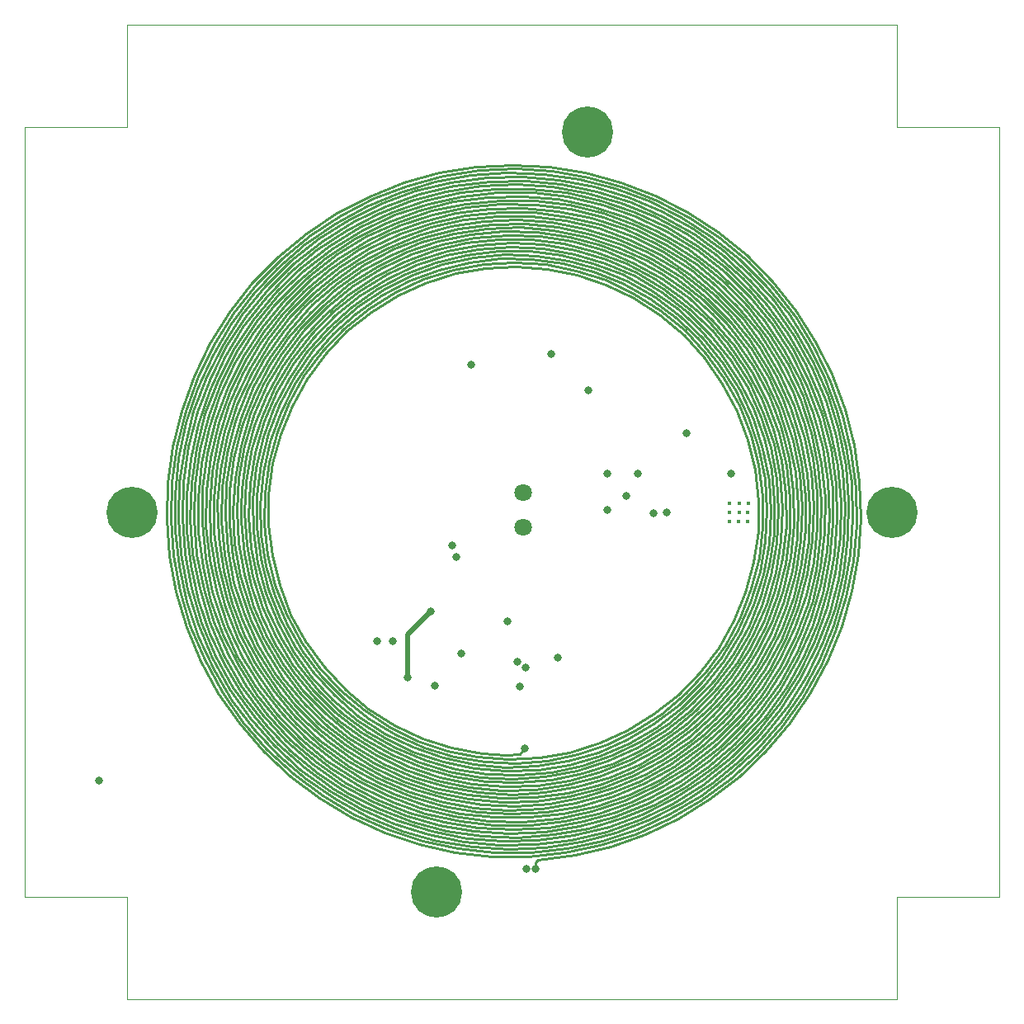
<source format=gbr>
%TF.GenerationSoftware,KiCad,Pcbnew,(6.0.9)*%
%TF.CreationDate,2023-01-30T21:02:38-08:00*%
%TF.ProjectId,solar-panel-side-Z,736f6c61-722d-4706-916e-656c2d736964,2.0*%
%TF.SameCoordinates,Original*%
%TF.FileFunction,Copper,L2,Inr*%
%TF.FilePolarity,Positive*%
%FSLAX46Y46*%
G04 Gerber Fmt 4.6, Leading zero omitted, Abs format (unit mm)*
G04 Created by KiCad (PCBNEW (6.0.9)) date 2023-01-30 21:02:38*
%MOMM*%
%LPD*%
G01*
G04 APERTURE LIST*
%TA.AperFunction,Profile*%
%ADD10C,0.050000*%
%TD*%
%TA.AperFunction,ComponentPad*%
%ADD11C,5.250000*%
%TD*%
%TA.AperFunction,ComponentPad*%
%ADD12C,1.800000*%
%TD*%
%TA.AperFunction,ViaPad*%
%ADD13C,0.800000*%
%TD*%
%TA.AperFunction,ViaPad*%
%ADD14C,0.450000*%
%TD*%
%TA.AperFunction,Conductor*%
%ADD15C,0.500000*%
%TD*%
%TA.AperFunction,Conductor*%
%ADD16C,0.250000*%
%TD*%
G04 APERTURE END LIST*
D10*
X99500000Y-45500000D02*
X110000000Y-45500000D01*
X189000000Y-135000000D02*
X110000000Y-135000000D01*
X199500000Y-124500000D02*
X189000000Y-124500000D01*
X189000000Y-45500000D02*
X199500000Y-45500000D01*
X99500000Y-124500000D02*
X99500000Y-45500000D01*
X110000000Y-135000000D02*
X110000000Y-124500000D01*
X110000000Y-35000000D02*
X189000000Y-35000000D01*
X110000000Y-124500000D02*
X99500000Y-124500000D01*
X199500000Y-45500000D02*
X199500000Y-124500000D01*
X189000000Y-35000000D02*
X189000000Y-45500000D01*
X110000000Y-45500000D02*
X110000000Y-35000000D01*
X189000000Y-124500000D02*
X189000000Y-135000000D01*
D11*
%TO.N,unconnected-(J3-Pad1)*%
%TO.C,J3*%
X110500000Y-85000000D03*
%TD*%
%TO.N,unconnected-(J4-Pad1)*%
%TO.C,J4*%
X141750000Y-124000000D03*
%TD*%
%TO.N,unconnected-(J5-Pad1)*%
%TO.C,J5*%
X157250000Y-46000000D03*
%TD*%
%TO.N,unconnected-(J6-Pad1)*%
%TO.C,J6*%
X188500000Y-85000000D03*
%TD*%
D12*
%TO.N,Net-(FB2-Pad1)*%
%TO.C,J2*%
X150689922Y-83020000D03*
%TO.N,Net-(FB1-Pad1)*%
X150689922Y-86520000D03*
%TD*%
D13*
%TO.N,GND*%
X107150000Y-112590000D03*
D14*
X172770000Y-85950000D03*
X173710000Y-85030000D03*
D13*
X149060000Y-96220000D03*
D14*
X173690000Y-85950000D03*
D13*
X157310000Y-72510000D03*
D14*
X172860000Y-84120000D03*
X173760000Y-84100000D03*
D13*
X145330000Y-69850000D03*
X144270000Y-99550000D03*
D14*
X171850000Y-85030000D03*
X171840000Y-84130000D03*
D13*
X167400000Y-76940000D03*
D14*
X171845000Y-85955000D03*
X172830000Y-85030000D03*
D13*
X153500000Y-68760000D03*
%TO.N,+3V3*%
X159299922Y-84780000D03*
X141210000Y-95190000D03*
X150340000Y-102880000D03*
X171980000Y-81020000D03*
X164009922Y-85100000D03*
X154250000Y-99940000D03*
X138815000Y-101955000D03*
%TO.N,VSOLAR*%
X141590000Y-102830000D03*
%TO.N,SDA*%
X135670000Y-98200000D03*
X150940000Y-100960000D03*
X143340000Y-88410000D03*
%TO.N,SCL*%
X143775000Y-89605000D03*
X137270000Y-98240000D03*
X150070000Y-100390000D03*
%TO.N,Net-(D1-Pad3)*%
X161239922Y-83380000D03*
X159309922Y-81070000D03*
%TO.N,VSense*%
X162404922Y-81085000D03*
X165349922Y-85060000D03*
%TO.N,Net-(U2-Pad7)*%
X151020000Y-121610000D03*
X150850000Y-109290000D03*
X151910000Y-121620000D03*
%TD*%
D15*
%TO.N,+3V3*%
X138815000Y-101955000D02*
X138815000Y-97585000D01*
X138815000Y-97585000D02*
X141210000Y-95190000D01*
D16*
%TO.N,Net-(U2-Pad7)*%
X183785000Y-78225000D02*
X182865000Y-74615000D01*
X142125000Y-114665000D02*
X145575000Y-115315000D01*
X137445000Y-106875000D02*
X140295000Y-108225000D01*
X172435000Y-103335000D02*
X174405000Y-100555000D01*
X176855000Y-84895000D02*
X176635000Y-81575000D01*
X142435000Y-110605000D02*
X145645000Y-111285000D01*
X117325000Y-87065000D02*
X117765000Y-90615000D01*
X171225000Y-58705000D02*
X168265000Y-56535000D01*
X128905000Y-61105000D02*
X126365000Y-63575000D01*
X149425000Y-57365000D02*
X146105000Y-57595000D01*
X162075000Y-54195000D02*
X158645000Y-53015000D01*
X119845000Y-96505000D02*
X121305000Y-99725000D01*
X122715000Y-88655000D02*
X123375000Y-91895000D01*
X120775000Y-94375000D02*
X122055000Y-97625000D01*
X138975000Y-61245000D02*
X136115000Y-62745000D01*
X173725000Y-59305000D02*
X170805000Y-56855000D01*
X117425000Y-92845000D02*
X118495000Y-96335000D01*
X147405000Y-120305000D02*
X151155000Y-120325000D01*
X173035000Y-62565000D02*
X170415000Y-60115000D01*
X123875000Y-105775000D02*
X126275000Y-108425000D01*
X123385000Y-90205000D02*
X124215000Y-93325000D01*
X140055000Y-115335000D02*
X143515000Y-116195000D01*
X152175000Y-120665000D02*
X155945000Y-120175000D01*
X150095000Y-54965000D02*
X146625000Y-55115000D01*
X138635000Y-111425000D02*
X141815000Y-112515000D01*
X131535000Y-58565000D02*
X128725000Y-60735000D01*
X176735000Y-69515000D02*
X174825000Y-66565000D01*
X176255000Y-61335000D02*
X173595000Y-58645000D01*
X162615000Y-112605000D02*
X165675000Y-110935000D01*
X148975000Y-50175000D02*
X145275000Y-50435000D01*
X132005000Y-112955000D02*
X135195000Y-114705000D01*
X121985000Y-103925000D02*
X124235000Y-106835000D01*
X125645000Y-92505000D02*
X126815000Y-95495000D01*
X129715000Y-114325000D02*
X132965000Y-116275000D01*
X174665000Y-109275000D02*
X177115000Y-106445000D01*
X155365000Y-53485000D02*
X151875000Y-53045000D01*
X178555000Y-80865000D02*
X177865000Y-77485000D01*
X172595000Y-63845000D02*
X170055000Y-61385000D01*
X184505000Y-90015000D02*
X184835000Y-86265000D01*
X178775000Y-100145000D02*
X180265000Y-96835000D01*
X181235000Y-83875000D02*
X180905000Y-80325000D01*
X143325000Y-109195000D02*
X146405000Y-109775000D01*
X131125000Y-104215000D02*
X133655000Y-106345000D01*
X158895000Y-54755000D02*
X155445000Y-53905000D01*
X159415000Y-117275000D02*
X162845000Y-116015000D01*
X166755000Y-64885000D02*
X164175000Y-62945000D01*
X132785000Y-54965000D02*
X129665000Y-56945000D01*
X139825000Y-110605000D02*
X143005000Y-111585000D01*
X145055000Y-114435000D02*
X148495000Y-114745000D01*
X158765000Y-53465000D02*
X155215000Y-52645000D01*
X176955000Y-103245000D02*
X178775000Y-100145000D01*
X127215000Y-98785000D02*
X129055000Y-101375000D01*
X156055000Y-60195000D02*
X152955000Y-59585000D01*
X129565000Y-111775000D02*
X132625000Y-113795000D01*
X177145000Y-79705000D02*
X176325000Y-76485000D01*
X170045000Y-112795000D02*
X172905000Y-110435000D01*
X162765000Y-108475000D02*
X165525000Y-106685000D01*
X120215000Y-93945000D02*
X121445000Y-97245000D01*
X173465000Y-93235000D02*
X174315000Y-90125000D01*
X137925000Y-56905000D02*
X134775000Y-58435000D01*
X133535000Y-112475000D02*
X136735000Y-114095000D01*
X142725000Y-113165000D02*
X146085000Y-113765000D01*
X182055000Y-85475000D02*
X181895000Y-81835000D01*
X140665000Y-56755000D02*
X137485000Y-57965000D01*
X128375000Y-56405000D02*
X125495000Y-58795000D01*
X145605000Y-117735000D02*
X149215000Y-117965000D01*
X130155000Y-63745000D02*
X127785000Y-66195000D01*
X143215000Y-55655000D02*
X139885000Y-56585000D01*
X140225000Y-55215000D02*
X136945000Y-56455000D01*
X181915000Y-92885000D02*
X182575000Y-89345000D01*
X116115000Y-86855000D02*
X116515000Y-90435000D01*
X136695000Y-61035000D02*
X133905000Y-62765000D01*
X120055000Y-94745000D02*
X121355000Y-98015000D01*
X173135000Y-60955000D02*
X170365000Y-58535000D01*
X166545000Y-113215000D02*
X169525000Y-111185000D01*
X155875000Y-58495000D02*
X152655000Y-57935000D01*
X119385000Y-75845000D02*
X118555000Y-79325000D01*
X115655000Y-85575000D02*
X115935000Y-89245000D01*
X127115000Y-101475000D02*
X129245000Y-104025000D01*
X126335000Y-95445000D02*
X127855000Y-98285000D01*
X175385000Y-71195000D02*
X173565000Y-68245000D01*
X174775000Y-106165000D02*
X176955000Y-103245000D01*
X140295000Y-118735000D02*
X143945000Y-119525000D01*
X124465000Y-67205000D02*
X122605000Y-70195000D01*
X163255000Y-111845000D02*
X166255000Y-110085000D01*
X115905000Y-78245000D02*
X115385000Y-81915000D01*
X161665000Y-57055000D02*
X158385000Y-55855000D01*
X146555000Y-59555000D02*
X143425000Y-60125000D01*
X122275000Y-88365000D02*
X122875000Y-91565000D01*
X164905000Y-62465000D02*
X162055000Y-60775000D01*
X151995000Y-111045000D02*
X155205000Y-110535000D01*
X120745000Y-78575000D02*
X120205000Y-81975000D01*
X125465000Y-96405000D02*
X127035000Y-99245000D01*
X148135000Y-57005000D02*
X144805000Y-57385000D01*
X153115000Y-110505000D02*
X156255000Y-109865000D01*
X181695000Y-73635000D02*
X180275000Y-70225000D01*
X174075000Y-68275000D02*
X171965000Y-65545000D01*
X177625000Y-102955000D02*
X179415000Y-99775000D01*
X150300000Y-109840000D02*
X150850000Y-109290000D01*
X143545000Y-56405000D02*
X140265000Y-57305000D01*
X175495000Y-107785000D02*
X177795000Y-104855000D01*
X123305000Y-86535000D02*
X123705000Y-89735000D01*
X177145000Y-107055000D02*
X179335000Y-103985000D01*
X131275000Y-65985000D02*
X129095000Y-68375000D01*
X147095000Y-116675000D02*
X150605000Y-116745000D01*
X120855000Y-84825000D02*
X121045000Y-88235000D01*
X116105000Y-83165000D02*
X116115000Y-86855000D01*
X121775000Y-95955000D02*
X123245000Y-99105000D01*
X120055000Y-100775000D02*
X121985000Y-103925000D01*
X142395000Y-59575000D02*
X139335000Y-60655000D01*
X129615000Y-107175000D02*
X132325000Y-109335000D01*
X177115000Y-106445000D02*
X179245000Y-103375000D01*
X168935000Y-114065000D02*
X171925000Y-111825000D01*
X118735000Y-93135000D02*
X119845000Y-96505000D01*
X165455000Y-57155000D02*
X162255000Y-55565000D01*
X155365000Y-112545000D02*
X158625000Y-111645000D01*
X150565000Y-50575000D02*
X146885000Y-50675000D01*
X160765000Y-53265000D02*
X157225000Y-52235000D01*
X125285000Y-98655000D02*
X127115000Y-101475000D01*
X128145000Y-109075000D02*
X130935000Y-111285000D01*
X160255000Y-56915000D02*
X156935000Y-55875000D01*
X145935000Y-110115000D02*
X149155000Y-110365000D01*
X182435000Y-86135000D02*
X182365000Y-82585000D01*
X161955000Y-56745000D02*
X158605000Y-55505000D01*
X119205000Y-93335000D02*
X120355000Y-96715000D01*
X176385000Y-63985000D02*
X173965000Y-61225000D01*
X142495000Y-116805000D02*
X146035000Y-117385000D01*
X131705000Y-106335000D02*
X134355000Y-108285000D01*
X178545000Y-96835000D02*
X179685000Y-93505000D01*
X171965000Y-65545000D02*
X169565000Y-63095000D01*
X177105000Y-87925000D02*
X177255000Y-84625000D01*
X171245000Y-71255000D02*
X169375000Y-68675000D01*
X141685000Y-113725000D02*
X145055000Y-114435000D01*
X139285000Y-109095000D02*
X142405000Y-110185000D01*
X121645000Y-91585000D02*
X122615000Y-94795000D01*
X122075000Y-78145000D02*
X121465000Y-81455000D01*
X119675000Y-85845000D02*
X119985000Y-89325000D01*
X184315000Y-81925000D02*
X183785000Y-78225000D01*
X152175000Y-120665000D02*
X151910000Y-120930000D01*
X122905000Y-62675000D02*
X120665000Y-65675000D01*
X118455000Y-84335000D02*
X118595000Y-87845000D01*
X156175000Y-60645000D02*
X153145000Y-60035000D01*
X161395000Y-61335000D02*
X158395000Y-60065000D01*
X169895000Y-66825000D02*
X167535000Y-64495000D01*
X126435000Y-96575000D02*
X128065000Y-99355000D01*
X149215000Y-117965000D02*
X152845000Y-117795000D01*
X120975000Y-92205000D02*
X122015000Y-95465000D01*
X119385000Y-90575000D02*
X120215000Y-93945000D01*
X164175000Y-62945000D02*
X161395000Y-61335000D01*
X176325000Y-76485000D02*
X175105000Y-73335000D01*
X181805000Y-89045000D02*
X182055000Y-85475000D01*
X121675000Y-85945000D02*
X121995000Y-89255000D01*
X122995000Y-94675000D02*
X124345000Y-97755000D01*
X130865000Y-60035000D02*
X128145000Y-62335000D01*
X175115000Y-94615000D02*
X176085000Y-91475000D01*
X117655000Y-96375000D02*
X119095000Y-99775000D01*
X134815000Y-57955000D02*
X131855000Y-59805000D01*
X122605000Y-70195000D02*
X121105000Y-73365000D01*
X147785000Y-51815000D02*
X144175000Y-52215000D01*
X167535000Y-54195000D02*
X164195000Y-52485000D01*
X115995000Y-74615000D02*
X115095000Y-78225000D01*
X165715000Y-115975000D02*
X168935000Y-114065000D01*
X124495000Y-76925000D02*
X123705000Y-80065000D01*
X129105000Y-62535000D02*
X126695000Y-65005000D01*
X172595000Y-74615000D02*
X171095000Y-71815000D01*
X182715000Y-82045000D02*
X182195000Y-78435000D01*
X162055000Y-60775000D02*
X159055000Y-59455000D01*
X179805000Y-91335000D02*
X180325000Y-87875000D01*
X155445000Y-53905000D02*
X151925000Y-53445000D01*
X139135000Y-58565000D02*
X136075000Y-60005000D01*
X183505000Y-88225000D02*
X183655000Y-84505000D01*
X128925000Y-101845000D02*
X131125000Y-104215000D01*
X123025000Y-72945000D02*
X121815000Y-76105000D01*
X180405000Y-74805000D02*
X179095000Y-71475000D01*
X124345000Y-97755000D02*
X126035000Y-100635000D01*
X121405000Y-100735000D02*
X123345000Y-103775000D01*
X169075000Y-63185000D02*
X166275000Y-60985000D01*
X142035000Y-50185000D02*
X138415000Y-51175000D01*
X171095000Y-71815000D02*
X169265000Y-69195000D01*
X163615000Y-114345000D02*
X166765000Y-112615000D01*
X143205000Y-51165000D02*
X139595000Y-52055000D01*
X158705000Y-113305000D02*
X161925000Y-112045000D01*
X124525000Y-83145000D02*
X124505000Y-86335000D01*
X176555000Y-91215000D02*
X177105000Y-87925000D01*
X178575000Y-91335000D02*
X179115000Y-87905000D01*
X118375000Y-75035000D02*
X117475000Y-78545000D01*
X140265000Y-57305000D02*
X137085000Y-58595000D01*
X147985000Y-52205000D02*
X144395000Y-52585000D01*
X156775000Y-111795000D02*
X159925000Y-110735000D01*
X164945000Y-110445000D02*
X167805000Y-108475000D01*
X135885000Y-109665000D02*
X138915000Y-111105000D01*
X149875000Y-49765000D02*
X146145000Y-49935000D01*
X116515000Y-90435000D02*
X117325000Y-94035000D01*
X171625000Y-106665000D02*
X173945000Y-104005000D01*
X131565000Y-61515000D02*
X129005000Y-63725000D01*
X136645000Y-60605000D02*
X133805000Y-62345000D01*
X176885000Y-76945000D02*
X175735000Y-73765000D01*
X121445000Y-97245000D02*
X123025000Y-100345000D01*
X130045000Y-57165000D02*
X127145000Y-59455000D01*
X128245000Y-66275000D02*
X126185000Y-68935000D01*
X154175000Y-116415000D02*
X157695000Y-115685000D01*
X178315000Y-68245000D02*
X176315000Y-65215000D01*
X179125000Y-77565000D02*
X178085000Y-74245000D01*
X152875000Y-112155000D02*
X156155000Y-111545000D01*
X172385000Y-72385000D02*
X170665000Y-69685000D01*
X114585000Y-81905000D02*
X114465000Y-85675000D01*
X174735000Y-99215000D02*
X176225000Y-96165000D01*
X155835000Y-118165000D02*
X159415000Y-117275000D01*
X173945000Y-104005000D02*
X175935000Y-101125000D01*
X148715000Y-113155000D02*
X152065000Y-113045000D01*
X166915000Y-114855000D02*
X170045000Y-112795000D01*
X125055000Y-102035000D02*
X127185000Y-104725000D01*
X150925000Y-50985000D02*
X147235000Y-51045000D01*
X123025000Y-100345000D02*
X124965000Y-103275000D01*
X119985000Y-69155000D02*
X118445000Y-72475000D01*
X126185000Y-68935000D02*
X124445000Y-71845000D01*
X120955000Y-64545000D02*
X118955000Y-67705000D01*
X174655000Y-109855000D02*
X177145000Y-107055000D01*
X141575000Y-58145000D02*
X138425000Y-59305000D01*
X139645000Y-59235000D02*
X136645000Y-60605000D01*
X129035000Y-103195000D02*
X131375000Y-105525000D01*
X156565000Y-118835000D02*
X160155000Y-117885000D01*
X178945000Y-101525000D02*
X180575000Y-98205000D01*
X183435000Y-75115000D02*
X182185000Y-71565000D01*
X118875000Y-101115000D02*
X120795000Y-104315000D01*
X149505000Y-115965000D02*
X153035000Y-115765000D01*
X160985000Y-51655000D02*
X157355000Y-50625000D01*
X135635000Y-114475000D02*
X138955000Y-115815000D01*
X176425000Y-83855000D02*
X176095000Y-80635000D01*
X164845000Y-105695000D02*
X167345000Y-103585000D01*
X160675000Y-51125000D02*
X156985000Y-50135000D01*
X160085000Y-113245000D02*
X163255000Y-111845000D01*
X137485000Y-57965000D02*
X134415000Y-59565000D01*
X122975000Y-72105000D02*
X121665000Y-75285000D01*
X176675000Y-71075000D02*
X174885000Y-68045000D01*
X120835000Y-89605000D02*
X121585000Y-92925000D01*
X114685000Y-78235000D02*
X114175000Y-81965000D01*
X167355000Y-111275000D02*
X170175000Y-109115000D01*
X173765000Y-63955000D02*
X171295000Y-61415000D01*
X115585000Y-74585000D02*
X114685000Y-78235000D01*
X125895000Y-58965000D02*
X123295000Y-61605000D01*
X180095000Y-103515000D02*
X181875000Y-100195000D01*
X169195000Y-102825000D02*
X171235000Y-100275000D01*
X118885000Y-83575000D02*
X118935000Y-87105000D01*
X153495000Y-112475000D02*
X156775000Y-111795000D01*
X126055000Y-102055000D02*
X128215000Y-104675000D01*
X148215000Y-119145000D02*
X151925000Y-119075000D01*
X168505000Y-58145000D02*
X165485000Y-56255000D01*
X158925000Y-58135000D02*
X155665000Y-57215000D01*
X120065000Y-85405000D02*
X120315000Y-88835000D01*
X177585000Y-83045000D02*
X177145000Y-79705000D01*
X149755000Y-59365000D02*
X146555000Y-59555000D01*
X167345000Y-107305000D02*
X169845000Y-105045000D01*
X172255000Y-96155000D02*
X173465000Y-93235000D01*
X133225000Y-61775000D02*
X130615000Y-63865000D01*
X151535000Y-54625000D02*
X148055000Y-54605000D01*
X171355000Y-60395000D02*
X168505000Y-58145000D01*
X173395000Y-106535000D02*
X175635000Y-103745000D01*
X120205000Y-81975000D02*
X120065000Y-85405000D01*
X157655000Y-54815000D02*
X154215000Y-54105000D01*
X164705000Y-112435000D02*
X167705000Y-110545000D01*
X148615000Y-56185000D02*
X145225000Y-56505000D01*
X145145000Y-59355000D02*
X141995000Y-60115000D01*
X160815000Y-116385000D02*
X164175000Y-114965000D01*
X168265000Y-56535000D02*
X165085000Y-54685000D01*
X166905000Y-60935000D02*
X163995000Y-59085000D01*
X119795000Y-67845000D02*
X118125000Y-71165000D01*
X171555000Y-105575000D02*
X173755000Y-102935000D01*
X175565000Y-61765000D02*
X172875000Y-59075000D01*
X122915000Y-66635000D02*
X121035000Y-69735000D01*
X164995000Y-113185000D02*
X168035000Y-111285000D01*
X115095000Y-78225000D02*
X114585000Y-81905000D01*
X130105000Y-114105000D02*
X133335000Y-116015000D01*
X166575000Y-116425000D02*
X169815000Y-114435000D01*
X175755000Y-67185000D02*
X173575000Y-64345000D01*
X125335000Y-105655000D02*
X127825000Y-108245000D01*
X128485000Y-71285000D02*
X126925000Y-74095000D01*
X137515000Y-109165000D02*
X140535000Y-110435000D01*
X174015000Y-62435000D02*
X171335000Y-59845000D01*
X177205000Y-96925000D02*
X178395000Y-93645000D01*
X124085000Y-86195000D02*
X124445000Y-89355000D01*
X179795000Y-72065000D02*
X178175000Y-68805000D01*
X185255000Y-85645000D02*
X185105000Y-81785000D01*
X184345000Y-93045000D02*
X184995000Y-89345000D01*
X130825000Y-61585000D02*
X128255000Y-63905000D01*
X143425000Y-60125000D02*
X140395000Y-61085000D01*
X132325000Y-109335000D02*
X135295000Y-111165000D01*
X136595000Y-55295000D02*
X133405000Y-56905000D01*
X131535000Y-54305000D02*
X128375000Y-56405000D01*
X119925000Y-99645000D02*
X121725000Y-102815000D01*
X128965000Y-69185000D02*
X127175000Y-71865000D01*
X178425000Y-86265000D02*
X178375000Y-82865000D01*
X164195000Y-52485000D02*
X160675000Y-51125000D01*
X169235000Y-112395000D02*
X172085000Y-110105000D01*
X164165000Y-61035000D02*
X161205000Y-59475000D01*
X163385000Y-58305000D02*
X160255000Y-56915000D01*
X120795000Y-104315000D02*
X123025000Y-107265000D01*
X118455000Y-89895000D02*
X119205000Y-93335000D01*
X167705000Y-110545000D02*
X170485000Y-108315000D01*
X168005000Y-60255000D02*
X165055000Y-58315000D01*
X178085000Y-89635000D02*
X178425000Y-86265000D01*
X167475000Y-57935000D02*
X164405000Y-56135000D01*
X168485000Y-59115000D02*
X165455000Y-57155000D01*
X129695000Y-100885000D02*
X131835000Y-103235000D01*
X138565000Y-116105000D02*
X142055000Y-117115000D01*
X168935000Y-102515000D02*
X170955000Y-99975000D01*
X118215000Y-78965000D02*
X117745000Y-82515000D01*
X135245000Y-110685000D02*
X138355000Y-112175000D01*
X158615000Y-57605000D02*
X155365000Y-56745000D01*
X155255000Y-54685000D02*
X151715000Y-54235000D01*
X178545000Y-66335000D02*
X176355000Y-63315000D01*
X133895000Y-55725000D02*
X130755000Y-57645000D01*
X130365000Y-58915000D02*
X127595000Y-61205000D01*
X128875000Y-66765000D02*
X126835000Y-69405000D01*
X165675000Y-110935000D02*
X168545000Y-108905000D01*
X158445000Y-112125000D02*
X161605000Y-110875000D01*
X181875000Y-72965000D02*
X180395000Y-69565000D01*
X162925000Y-109305000D02*
X165735000Y-107525000D01*
X128195000Y-111215000D02*
X131145000Y-113355000D01*
X133025000Y-63925000D02*
X130575000Y-66115000D01*
X173535000Y-70385000D02*
X171645000Y-67665000D01*
X131165000Y-110465000D02*
X134155000Y-112365000D01*
X133745000Y-105905000D02*
X136445000Y-107685000D01*
X149515000Y-49365000D02*
X145785000Y-49575000D01*
X144965000Y-114015000D02*
X148365000Y-114345000D01*
X175985000Y-66825000D02*
X173765000Y-63955000D01*
X125165000Y-93615000D02*
X126435000Y-96575000D01*
X126665000Y-66285000D02*
X124635000Y-69105000D01*
X170175000Y-109115000D02*
X172755000Y-106635000D01*
X121585000Y-92925000D02*
X122715000Y-96145000D01*
X175045000Y-93625000D02*
X175905000Y-90445000D01*
X161465000Y-108715000D02*
X164245000Y-107095000D01*
X171115000Y-58105000D02*
X168075000Y-55935000D01*
X153145000Y-60035000D02*
X149885000Y-59785000D01*
X123085000Y-76075000D02*
X122215000Y-79345000D01*
X172875000Y-59075000D02*
X169995000Y-56755000D01*
X130525000Y-110495000D02*
X133535000Y-112475000D01*
X122825000Y-78445000D02*
X122235000Y-81785000D01*
X123305000Y-83275000D02*
X123305000Y-86535000D01*
X161725000Y-110375000D02*
X164645000Y-108745000D01*
X123795000Y-75275000D02*
X122825000Y-78445000D01*
X168035000Y-111285000D02*
X170845000Y-109065000D01*
X170365000Y-58535000D02*
X167375000Y-56435000D01*
X183515000Y-93075000D02*
X184185000Y-89365000D01*
X122765000Y-70745000D02*
X121305000Y-73955000D01*
X144395000Y-52585000D02*
X140875000Y-53355000D01*
X181565000Y-71125000D02*
X179895000Y-67785000D01*
X146855000Y-112635000D02*
X150185000Y-112755000D01*
X127045000Y-69805000D02*
X125375000Y-72665000D01*
X174245000Y-74355000D02*
X172775000Y-71455000D01*
X125975000Y-66515000D02*
X123995000Y-69385000D01*
X131855000Y-59805000D02*
X129095000Y-62005000D01*
X180815000Y-86575000D02*
X180785000Y-82965000D01*
X176675000Y-88145000D02*
X176855000Y-84895000D01*
X176225000Y-96165000D02*
X177345000Y-92965000D01*
X151395000Y-119915000D02*
X155135000Y-119505000D01*
X128245000Y-57505000D02*
X125435000Y-59945000D01*
X151525000Y-59035000D02*
X148315000Y-58995000D01*
X137335000Y-113915000D02*
X140675000Y-115105000D01*
X173925000Y-71855000D02*
X172165000Y-69035000D01*
X133405000Y-56905000D02*
X130365000Y-58915000D01*
X143685000Y-60505000D02*
X140615000Y-61465000D01*
X165555000Y-109105000D02*
X168265000Y-107065000D01*
X158485000Y-109995000D02*
X161465000Y-108715000D01*
X120435000Y-73975000D02*
X119385000Y-77345000D01*
X177345000Y-92965000D02*
X178085000Y-89635000D01*
X155175000Y-112995000D02*
X158445000Y-112125000D01*
X130935000Y-111285000D02*
X134015000Y-113205000D01*
X118605000Y-94135000D02*
X119825000Y-97525000D01*
X137525000Y-107825000D02*
X140465000Y-109135000D01*
X123965000Y-80915000D02*
X123665000Y-84145000D01*
X129905000Y-108995000D02*
X132825000Y-111105000D01*
X144585000Y-54985000D02*
X141195000Y-55755000D01*
X180355000Y-79465000D02*
X179525000Y-76015000D01*
X135895000Y-112825000D02*
X139135000Y-114185000D01*
X120355000Y-96715000D02*
X121865000Y-99915000D01*
X158315000Y-109635000D02*
X161295000Y-108355000D01*
X182575000Y-89345000D02*
X182845000Y-85665000D01*
X170665000Y-69685000D02*
X168585000Y-67175000D01*
X118525000Y-71245000D02*
X117235000Y-74675000D01*
X119975000Y-76685000D02*
X119235000Y-80085000D01*
X176505000Y-92985000D02*
X177255000Y-89745000D01*
X176365000Y-97815000D02*
X177655000Y-94635000D01*
X133335000Y-116015000D02*
X136735000Y-117555000D01*
X183295000Y-96695000D02*
X184345000Y-93045000D01*
X177875000Y-64635000D02*
X175565000Y-61765000D01*
X116975000Y-82115000D02*
X116865000Y-85715000D01*
X166385000Y-64055000D02*
X163715000Y-62175000D01*
X180345000Y-94105000D02*
X181165000Y-90625000D01*
X176065000Y-97505000D02*
X177325000Y-94375000D01*
X139885000Y-56585000D02*
X136665000Y-57905000D01*
X130545000Y-108485000D02*
X133395000Y-110515000D01*
X175615000Y-63675000D02*
X173135000Y-60955000D01*
X118935000Y-87105000D02*
X119385000Y-90575000D01*
X178495000Y-66995000D02*
X176385000Y-63985000D01*
X142985000Y-114455000D02*
X146395000Y-115005000D01*
X158485000Y-112955000D02*
X161715000Y-111705000D01*
X119655000Y-71665000D02*
X118375000Y-75035000D01*
X157315000Y-117435000D02*
X160815000Y-116385000D01*
X134275000Y-105305000D02*
X136955000Y-107055000D01*
X124605000Y-69925000D02*
X123025000Y-72945000D01*
X170275000Y-102185000D02*
X172215000Y-99525000D01*
X175365000Y-96145000D02*
X176505000Y-92985000D01*
X157225000Y-52235000D02*
X153635000Y-51605000D01*
X143635000Y-119875000D02*
X147405000Y-120305000D01*
X184995000Y-89345000D02*
X185255000Y-85645000D01*
X175245000Y-78535000D02*
X174275000Y-75475000D01*
X175105000Y-73335000D02*
X173535000Y-70385000D01*
X159275000Y-108835000D02*
X162195000Y-107415000D01*
X138405000Y-112625000D02*
X141685000Y-113725000D01*
X172955000Y-105825000D02*
X175175000Y-103015000D01*
X127825000Y-108245000D02*
X130525000Y-110495000D01*
X122185000Y-102785000D02*
X124325000Y-105695000D01*
X142795000Y-117685000D02*
X146435000Y-118225000D01*
X166765000Y-112615000D02*
X169715000Y-110535000D01*
X116825000Y-74655000D02*
X115905000Y-78245000D01*
X127185000Y-104725000D02*
X129615000Y-107175000D01*
X174795000Y-78385000D02*
X173775000Y-75305000D01*
X171925000Y-111825000D02*
X174665000Y-109275000D01*
X121305000Y-73955000D02*
X120235000Y-77245000D01*
X175215000Y-86525000D02*
X175195000Y-83305000D01*
X148785000Y-111155000D02*
X151995000Y-111045000D01*
X123965000Y-97905000D02*
X125675000Y-100815000D01*
X162145000Y-118025000D02*
X165615000Y-116475000D01*
X136425000Y-112195000D02*
X139615000Y-113505000D01*
X121865000Y-70735000D02*
X120435000Y-73975000D01*
X145975000Y-115765000D02*
X149505000Y-115965000D01*
X182745000Y-77195000D02*
X181695000Y-73635000D01*
X177325000Y-94375000D02*
X178225000Y-91065000D01*
X179685000Y-93505000D02*
X180445000Y-90085000D01*
X156475000Y-115165000D02*
X159875000Y-114175000D01*
X116595000Y-92835000D02*
X117655000Y-96375000D01*
X151795000Y-114275000D02*
X155245000Y-113795000D01*
X173765000Y-97645000D02*
X175115000Y-94615000D01*
X115535000Y-89275000D02*
X116205000Y-92915000D01*
X181585000Y-87075000D02*
X181615000Y-83485000D01*
X161925000Y-112045000D02*
X164945000Y-110445000D01*
X165085000Y-62105000D02*
X162215000Y-60405000D01*
X179135000Y-97495000D02*
X180345000Y-94105000D01*
X122215000Y-79345000D02*
X121755000Y-82575000D01*
X152735000Y-50305000D02*
X148975000Y-50175000D01*
X143695000Y-111335000D02*
X146965000Y-111845000D01*
X177275000Y-73295000D02*
X175735000Y-70175000D01*
X165055000Y-58315000D02*
X161955000Y-56745000D01*
X158605000Y-55505000D02*
X155255000Y-54685000D01*
X135035000Y-64445000D02*
X132575000Y-66445000D01*
X177795000Y-104855000D02*
X179765000Y-101695000D01*
X175485000Y-88005000D02*
X175655000Y-84795000D01*
X123635000Y-67715000D02*
X121865000Y-70735000D01*
X178845000Y-84285000D02*
X178555000Y-80865000D01*
X133965000Y-107545000D02*
X136855000Y-109275000D01*
X175735000Y-73765000D02*
X174225000Y-70765000D01*
X170415000Y-62785000D02*
X167705000Y-60525000D01*
X124885000Y-89455000D02*
X125645000Y-92505000D01*
X117635000Y-79955000D02*
X117285000Y-83485000D01*
X174875000Y-105405000D02*
X176945000Y-102525000D01*
X121815000Y-76105000D02*
X120975000Y-79415000D01*
X153035000Y-115765000D02*
X156475000Y-115165000D01*
X126275000Y-108425000D02*
X129025000Y-110855000D01*
X155355000Y-114185000D02*
X158705000Y-113305000D01*
X161035000Y-114595000D02*
X164315000Y-113095000D01*
X124965000Y-103275000D02*
X127225000Y-105965000D01*
X129095000Y-68375000D02*
X127205000Y-71035000D01*
X127095000Y-111865000D02*
X130105000Y-114105000D01*
X167125000Y-66865000D02*
X164705000Y-64825000D01*
X165385000Y-57575000D02*
X162225000Y-55985000D01*
X170055000Y-61385000D02*
X167255000Y-59225000D01*
X144865000Y-118445000D02*
X148505000Y-118755000D01*
X122655000Y-74905000D02*
X121655000Y-78165000D01*
X121725000Y-102815000D02*
X123875000Y-105775000D01*
X119555000Y-80645000D02*
X119265000Y-84095000D01*
X151355000Y-58225000D02*
X148105000Y-58205000D01*
X140615000Y-61465000D02*
X137785000Y-62745000D01*
X126815000Y-95495000D02*
X128325000Y-98275000D01*
X128365000Y-108195000D02*
X131165000Y-110465000D01*
X124505000Y-86335000D02*
X124885000Y-89455000D01*
X164175000Y-114965000D02*
X167375000Y-113175000D01*
X179215000Y-79905000D02*
X178435000Y-76545000D01*
X173775000Y-75305000D02*
X172385000Y-72385000D01*
X168025000Y-104585000D02*
X170275000Y-102185000D01*
X172795000Y-112135000D02*
X175525000Y-109525000D01*
X129765000Y-108365000D02*
X132575000Y-110465000D01*
X178995000Y-81055000D02*
X178315000Y-77635000D01*
X114355000Y-89525000D02*
X115035000Y-93195000D01*
X174045000Y-92825000D02*
X174825000Y-89715000D01*
X164865000Y-54125000D02*
X161475000Y-52675000D01*
X142335000Y-57515000D02*
X139135000Y-58565000D01*
X146775000Y-59965000D02*
X143685000Y-60505000D01*
X166875000Y-105095000D02*
X169195000Y-102825000D01*
X169845000Y-105045000D02*
X172065000Y-102515000D01*
X145635000Y-56845000D02*
X142335000Y-57515000D01*
X184035000Y-83855000D02*
X183715000Y-80185000D01*
X169025000Y-107995000D02*
X171555000Y-105575000D01*
X177025000Y-105235000D02*
X179045000Y-102155000D01*
X162225000Y-55985000D02*
X158895000Y-54755000D01*
X141815000Y-112515000D02*
X145105000Y-113225000D01*
X146965000Y-111845000D02*
X150245000Y-111955000D01*
X164055000Y-105725000D02*
X166555000Y-103735000D01*
X148325000Y-52995000D02*
X144755000Y-53335000D01*
X117285000Y-83485000D02*
X117325000Y-87065000D01*
X114065000Y-85745000D02*
X114355000Y-89525000D01*
X139335000Y-60655000D02*
X136435000Y-62095000D01*
X153745000Y-118095000D02*
X157315000Y-117435000D01*
X132255000Y-104165000D02*
X134785000Y-106165000D01*
X132825000Y-111105000D02*
X135895000Y-112825000D01*
X122015000Y-95465000D02*
X123415000Y-98575000D01*
X122195000Y-64885000D02*
X120195000Y-67955000D01*
X173835000Y-67245000D02*
X171635000Y-64575000D01*
X149155000Y-110365000D02*
X152335000Y-110195000D01*
X171155000Y-106565000D02*
X173495000Y-103925000D01*
X137995000Y-56445000D02*
X134815000Y-57955000D01*
X154195000Y-52885000D02*
X150615000Y-52575000D01*
X173695000Y-77555000D02*
X172595000Y-74615000D01*
X149915000Y-110765000D02*
X153115000Y-110505000D01*
X169095000Y-112985000D02*
X172015000Y-110695000D01*
X172905000Y-110435000D02*
X175495000Y-107785000D01*
X140605000Y-53015000D02*
X137175000Y-54185000D01*
X144195000Y-116725000D02*
X147715000Y-117115000D01*
X142425000Y-50505000D02*
X138805000Y-51465000D01*
X152845000Y-117795000D02*
X156445000Y-117225000D01*
X171295000Y-61415000D02*
X168485000Y-59115000D01*
X143945000Y-119525000D02*
X147655000Y-119915000D01*
X143545000Y-112125000D02*
X146855000Y-112635000D01*
X120245000Y-78975000D02*
X119765000Y-82405000D01*
X131205000Y-64415000D02*
X128875000Y-66765000D01*
X172085000Y-110105000D02*
X174685000Y-107485000D01*
X172895000Y-95785000D02*
X174045000Y-92825000D01*
X121445000Y-88165000D02*
X122015000Y-91425000D01*
X168405000Y-59555000D02*
X165385000Y-57575000D01*
X173975000Y-99725000D02*
X175545000Y-96725000D01*
X179065000Y-73455000D02*
X177585000Y-70225000D01*
X174685000Y-107485000D02*
X176985000Y-104615000D01*
X158765000Y-118715000D02*
X162335000Y-117525000D01*
X159875000Y-114175000D02*
X163105000Y-112815000D01*
X116315000Y-78255000D02*
X115785000Y-81935000D01*
X151865000Y-113465000D02*
X155175000Y-112995000D01*
X147035000Y-52665000D02*
X143455000Y-53155000D01*
X174225000Y-70765000D02*
X172365000Y-67945000D01*
X178435000Y-76545000D02*
X177275000Y-73295000D01*
X116115000Y-96815000D02*
X117565000Y-100285000D01*
X121495000Y-106645000D02*
X123975000Y-109505000D01*
X151910000Y-120930000D02*
X151910000Y-121620000D01*
X119065000Y-75525000D02*
X118215000Y-78965000D01*
X128255000Y-63905000D02*
X125975000Y-66515000D01*
X160845000Y-61515000D02*
X157815000Y-60295000D01*
X116495000Y-79505000D02*
X116105000Y-83165000D01*
X118445000Y-72475000D02*
X117275000Y-75935000D01*
X158625000Y-111645000D02*
X161725000Y-110375000D01*
X134575000Y-53585000D02*
X131315000Y-55375000D01*
X170075000Y-103035000D02*
X172075000Y-100465000D01*
X116125000Y-94215000D02*
X117315000Y-97725000D01*
X170085000Y-64695000D02*
X167575000Y-62445000D01*
X163715000Y-62175000D02*
X160785000Y-60605000D01*
X177985000Y-86925000D02*
X178015000Y-83545000D01*
X119885000Y-91045000D02*
X120775000Y-94375000D01*
X166165000Y-114365000D02*
X169235000Y-112395000D01*
X162155000Y-54655000D02*
X158765000Y-53465000D01*
X121705000Y-84595000D02*
X121675000Y-85945000D01*
X123375000Y-91895000D02*
X124405000Y-94995000D01*
X156935000Y-55875000D02*
X153555000Y-55225000D01*
X169525000Y-111185000D02*
X172285000Y-108825000D01*
X181245000Y-79925000D02*
X180485000Y-76445000D01*
X177655000Y-94635000D02*
X178575000Y-91335000D01*
X185105000Y-81785000D02*
X184565000Y-78055000D01*
X133035000Y-107865000D02*
X135885000Y-109665000D01*
X160785000Y-60605000D02*
X157725000Y-59425000D01*
X175505000Y-105905000D02*
X177625000Y-102955000D01*
X181085000Y-73135000D02*
X179595000Y-69765000D01*
X152315000Y-56695000D02*
X149005000Y-56575000D01*
X155205000Y-110535000D02*
X158315000Y-109635000D01*
X124445000Y-71845000D02*
X123075000Y-74915000D01*
X152655000Y-57935000D02*
X149365000Y-57765000D01*
X153555000Y-55225000D02*
X150095000Y-54965000D01*
X179245000Y-84405000D02*
X178995000Y-81055000D01*
X183155000Y-87545000D02*
X183235000Y-83895000D01*
X136345000Y-110815000D02*
X139485000Y-112185000D01*
X146335000Y-51525000D02*
X142695000Y-52085000D01*
X123145000Y-78815000D02*
X122605000Y-82065000D01*
X182865000Y-74615000D02*
X181565000Y-71125000D01*
X154215000Y-54105000D02*
X150685000Y-53785000D01*
X115785000Y-81935000D02*
X115655000Y-85575000D01*
X134745000Y-57085000D02*
X131705000Y-58935000D01*
X122175000Y-69325000D02*
X120595000Y-72505000D01*
X164065000Y-106735000D02*
X166655000Y-104755000D01*
X136945000Y-56455000D02*
X133815000Y-58065000D01*
X174285000Y-94545000D02*
X175275000Y-91415000D01*
X159155000Y-59065000D02*
X156015000Y-58115000D01*
X180855000Y-96395000D02*
X181915000Y-92885000D01*
X129025000Y-110855000D02*
X132005000Y-112955000D01*
X140875000Y-53355000D02*
X137455000Y-54505000D01*
X176995000Y-81255000D02*
X176355000Y-78025000D01*
X131255000Y-103785000D02*
X133745000Y-105905000D01*
X118955000Y-67705000D02*
X117295000Y-71075000D01*
X174455000Y-80645000D02*
X173695000Y-77555000D01*
X176025000Y-78355000D02*
X175015000Y-75185000D01*
X180575000Y-68185000D02*
X178635000Y-65015000D01*
X135295000Y-52815000D02*
X131945000Y-54525000D01*
X137375000Y-116945000D02*
X140925000Y-118075000D01*
X166275000Y-60985000D02*
X163425000Y-59235000D01*
X164405000Y-56135000D02*
X161155000Y-54685000D01*
X139345000Y-109555000D02*
X142435000Y-110605000D01*
X124215000Y-93325000D02*
X125465000Y-96405000D01*
X148055000Y-54605000D02*
X144585000Y-54985000D01*
X119265000Y-84095000D02*
X119375000Y-87595000D01*
X150835000Y-55395000D02*
X147395000Y-55445000D01*
X175845000Y-73025000D02*
X174245000Y-70015000D01*
X117995000Y-74915000D02*
X117095000Y-78425000D01*
X117275000Y-75935000D02*
X116495000Y-79505000D01*
X127205000Y-71035000D02*
X125675000Y-73885000D01*
X118725000Y-80795000D02*
X118455000Y-84335000D01*
X125385000Y-76765000D02*
X124555000Y-79875000D01*
X154565000Y-51325000D02*
X150925000Y-50985000D01*
X166265000Y-64985000D02*
X163665000Y-63085000D01*
X176315000Y-65215000D02*
X174015000Y-62435000D01*
X116205000Y-92915000D02*
X117265000Y-96475000D01*
X129425000Y-58115000D02*
X126645000Y-60445000D01*
X123415000Y-98575000D02*
X125175000Y-101505000D01*
X158645000Y-53015000D02*
X155065000Y-52215000D01*
X125185000Y-72165000D02*
X123795000Y-75275000D01*
X182845000Y-85665000D02*
X182715000Y-82045000D01*
X146945000Y-55885000D02*
X143545000Y-56405000D01*
X126785000Y-109465000D02*
X129565000Y-111775000D01*
X125915000Y-105715000D02*
X128365000Y-108195000D01*
X125605000Y-62625000D02*
X123295000Y-65415000D01*
X141275000Y-117755000D02*
X144865000Y-118445000D01*
X151645000Y-52225000D02*
X147985000Y-52205000D01*
X138245000Y-117685000D02*
X141795000Y-118695000D01*
X159055000Y-59455000D02*
X155875000Y-58495000D01*
X125375000Y-72665000D02*
X124075000Y-75675000D01*
X147685000Y-116315000D02*
X151225000Y-116315000D01*
X143005000Y-111585000D02*
X146275000Y-112175000D01*
X128215000Y-60115000D02*
X125605000Y-62625000D01*
X118125000Y-82785000D02*
X118095000Y-86415000D01*
X172075000Y-100465000D02*
X173765000Y-97645000D01*
X163155000Y-118055000D02*
X166575000Y-116425000D01*
X142495000Y-115165000D02*
X145975000Y-115765000D01*
X174665000Y-108105000D02*
X177025000Y-105235000D01*
X167695000Y-63055000D02*
X164975000Y-61075000D01*
X117225000Y-72295000D02*
X116065000Y-75815000D01*
X114465000Y-85675000D02*
X114745000Y-89415000D01*
X127565000Y-100735000D02*
X129675000Y-103305000D01*
X173645000Y-72185000D02*
X171925000Y-69385000D01*
X156255000Y-109865000D02*
X159275000Y-108835000D01*
X159605000Y-119305000D02*
X163155000Y-118055000D01*
X168265000Y-107065000D02*
X170725000Y-104705000D01*
X128055000Y-103295000D02*
X130385000Y-105715000D01*
X121665000Y-75285000D02*
X120745000Y-78575000D01*
X127855000Y-98285000D02*
X129695000Y-100885000D01*
X129675000Y-103305000D02*
X132065000Y-105595000D01*
X122375000Y-72435000D02*
X121125000Y-75635000D01*
X179605000Y-83345000D02*
X179215000Y-79905000D01*
X142085000Y-112175000D02*
X145385000Y-112865000D01*
X180395000Y-69565000D02*
X178545000Y-66335000D01*
X139615000Y-113505000D02*
X142985000Y-114455000D01*
X123015000Y-105985000D02*
X125435000Y-108715000D01*
X148505000Y-118755000D02*
X152125000Y-118665000D01*
X133745000Y-63875000D02*
X131275000Y-65985000D01*
X178615000Y-64295000D02*
X176255000Y-61335000D01*
X137725000Y-116655000D02*
X141275000Y-117755000D01*
X137235000Y-114745000D02*
X140595000Y-115915000D01*
X183645000Y-74425000D02*
X182315000Y-70845000D01*
X176355000Y-63315000D02*
X173885000Y-60575000D01*
X168485000Y-57645000D02*
X165345000Y-55725000D01*
X151395000Y-51815000D02*
X147785000Y-51815000D01*
X117325000Y-94035000D02*
X118495000Y-97455000D01*
X127175000Y-71865000D02*
X125725000Y-74755000D01*
X158055000Y-58265000D02*
X154775000Y-57445000D01*
X120955000Y-68235000D02*
X119285000Y-71505000D01*
X149365000Y-57765000D02*
X146035000Y-58005000D01*
X140395000Y-61085000D02*
X137525000Y-62415000D01*
X159515000Y-112175000D02*
X162635000Y-110815000D01*
X174405000Y-100555000D02*
X176065000Y-97505000D01*
X175275000Y-91415000D02*
X175865000Y-88225000D01*
X171145000Y-61825000D02*
X168405000Y-59555000D01*
X161025000Y-55925000D02*
X157655000Y-54815000D01*
X143455000Y-53155000D02*
X139975000Y-54035000D01*
X137525000Y-62415000D02*
X134785000Y-64105000D01*
X144755000Y-53335000D02*
X141245000Y-54085000D01*
X183655000Y-84505000D02*
X183395000Y-80815000D01*
X134345000Y-115185000D02*
X137725000Y-116655000D01*
X182035000Y-95415000D02*
X182965000Y-91855000D01*
X118395000Y-76395000D02*
X117635000Y-79955000D01*
X172165000Y-69035000D02*
X170085000Y-66435000D01*
X178395000Y-93645000D02*
X179195000Y-90275000D01*
X145585000Y-58875000D02*
X142395000Y-59575000D01*
X118495000Y-97455000D02*
X120055000Y-100775000D01*
X148355000Y-53395000D02*
X144805000Y-53735000D01*
X166555000Y-103735000D02*
X168775000Y-101445000D01*
X176055000Y-84975000D02*
X175855000Y-81745000D01*
X144055000Y-55895000D02*
X140665000Y-56755000D01*
X152895000Y-119395000D02*
X156565000Y-118835000D01*
X149635000Y-117565000D02*
X153245000Y-117345000D01*
X170485000Y-108315000D02*
X172955000Y-105825000D01*
X138025000Y-52155000D02*
X134575000Y-53585000D01*
X138955000Y-115815000D02*
X142495000Y-116805000D01*
X170805000Y-56855000D02*
X167735000Y-54785000D01*
X117765000Y-90615000D02*
X118605000Y-94135000D01*
X177625000Y-86375000D02*
X177585000Y-83045000D01*
X138355000Y-112175000D02*
X141595000Y-113285000D01*
X115265000Y-85635000D02*
X115535000Y-89275000D01*
X170665000Y-56255000D02*
X167535000Y-54195000D01*
X164775000Y-60475000D02*
X161825000Y-58875000D01*
X170085000Y-66435000D02*
X167675000Y-64085000D01*
X162845000Y-116015000D02*
X166165000Y-114365000D01*
X127975000Y-106165000D02*
X130545000Y-108485000D01*
X158385000Y-55855000D02*
X154995000Y-55045000D01*
X154915000Y-119945000D02*
X158565000Y-119185000D01*
X170395000Y-106195000D02*
X172725000Y-103615000D01*
X120535000Y-82745000D02*
X120485000Y-86215000D01*
X126035000Y-100635000D02*
X128055000Y-103295000D01*
X173965000Y-94265000D02*
X174925000Y-91155000D01*
X171235000Y-100275000D02*
X172935000Y-97505000D01*
X133995000Y-115455000D02*
X137375000Y-116945000D01*
X133645000Y-59575000D02*
X130825000Y-61585000D01*
X172725000Y-103615000D02*
X174705000Y-100825000D01*
X130615000Y-63865000D02*
X128245000Y-66275000D01*
X158395000Y-60065000D02*
X155275000Y-59175000D01*
X174805000Y-83845000D02*
X174455000Y-80645000D01*
X172905000Y-72495000D02*
X171165000Y-69695000D01*
X172775000Y-71455000D02*
X170915000Y-68685000D01*
X167735000Y-54785000D02*
X164395000Y-53015000D01*
X139135000Y-114185000D02*
X142495000Y-115165000D01*
X133815000Y-58065000D02*
X130865000Y-60035000D01*
X168795000Y-66235000D02*
X166385000Y-64055000D01*
X183495000Y-91235000D02*
X183965000Y-87545000D01*
X181385000Y-98335000D02*
X182625000Y-94885000D01*
X156985000Y-50135000D02*
X153295000Y-49555000D01*
X131315000Y-55375000D02*
X128245000Y-57505000D01*
X129245000Y-104025000D02*
X131705000Y-106335000D01*
X173595000Y-58645000D02*
X170665000Y-56255000D01*
X177025000Y-70875000D02*
X175235000Y-67845000D01*
X129095000Y-62005000D02*
X126635000Y-64475000D01*
X182915000Y-80235000D02*
X182185000Y-76615000D01*
X114175000Y-81965000D02*
X114065000Y-85745000D01*
X134095000Y-60235000D02*
X131345000Y-62195000D01*
X136855000Y-109275000D02*
X139825000Y-110605000D01*
X149885000Y-59785000D02*
X146775000Y-59965000D01*
X116865000Y-71055000D02*
X115585000Y-74585000D01*
X141345000Y-55295000D02*
X137995000Y-56445000D01*
X172645000Y-100335000D02*
X174305000Y-97475000D01*
X157355000Y-50625000D02*
X153625000Y-49995000D01*
X167535000Y-64495000D02*
X164905000Y-62465000D01*
X141995000Y-60115000D02*
X138975000Y-61245000D01*
X142695000Y-52085000D02*
X139125000Y-53045000D01*
X166865000Y-54735000D02*
X163505000Y-53055000D01*
X149005000Y-56575000D02*
X145635000Y-56845000D01*
X174305000Y-97475000D02*
X175615000Y-94415000D01*
X117265000Y-96475000D02*
X118705000Y-99895000D01*
X126535000Y-67095000D02*
X124605000Y-69925000D01*
X178015000Y-83545000D02*
X177645000Y-80225000D01*
X133655000Y-106345000D02*
X136425000Y-108135000D01*
X126925000Y-74095000D02*
X125755000Y-76955000D01*
X124555000Y-79875000D02*
X124125000Y-83005000D01*
X161715000Y-111705000D02*
X164715000Y-110115000D01*
X147395000Y-55445000D02*
X144055000Y-55895000D01*
X159925000Y-110735000D02*
X162925000Y-109305000D01*
X126695000Y-65005000D02*
X124565000Y-67765000D01*
X177255000Y-89745000D02*
X177625000Y-86375000D01*
X132425000Y-103195000D02*
X134775000Y-105195000D01*
X125745000Y-68875000D02*
X124015000Y-71805000D01*
X124085000Y-66365000D02*
X122175000Y-69325000D01*
X134605000Y-56705000D02*
X131535000Y-58565000D01*
X161605000Y-110875000D02*
X164585000Y-109255000D01*
X135735000Y-54365000D02*
X132515000Y-56045000D01*
X139485000Y-112185000D02*
X142725000Y-113165000D01*
X158175000Y-115145000D02*
X161535000Y-113965000D01*
X122875000Y-91565000D02*
X123875000Y-94735000D01*
X151935000Y-114665000D02*
X155355000Y-114185000D01*
X135295000Y-111165000D02*
X138405000Y-112625000D01*
X180325000Y-87875000D02*
X180445000Y-84365000D01*
X162195000Y-107415000D02*
X164845000Y-105695000D01*
X177915000Y-79475000D02*
X177065000Y-76175000D01*
X126365000Y-63575000D02*
X124085000Y-66365000D01*
X178175000Y-68805000D02*
X176205000Y-65735000D01*
X121915000Y-68975000D02*
X120305000Y-72165000D01*
X121255000Y-84765000D02*
X121445000Y-88165000D01*
X150325000Y-55775000D02*
X146945000Y-55885000D01*
X166365000Y-60075000D02*
X163385000Y-58305000D01*
X166175000Y-111095000D02*
X169035000Y-109025000D01*
X179605000Y-86835000D02*
X179605000Y-83345000D01*
X182465000Y-96655000D02*
X183515000Y-93075000D01*
X135595000Y-112225000D02*
X138795000Y-113635000D01*
X141345000Y-54465000D02*
X137985000Y-55585000D01*
X127035000Y-99245000D02*
X128925000Y-101845000D01*
X131875000Y-60285000D02*
X129105000Y-62535000D01*
X177275000Y-74365000D02*
X175845000Y-71215000D01*
X175485000Y-101095000D02*
X177135000Y-98055000D01*
X181275000Y-74895000D02*
X179965000Y-71465000D01*
X164705000Y-64825000D02*
X162005000Y-63045000D01*
X117475000Y-78545000D02*
X116975000Y-82115000D01*
X161705000Y-53185000D02*
X158205000Y-52065000D01*
X153365000Y-114915000D02*
X156765000Y-114275000D01*
X182665000Y-97265000D02*
X183785000Y-93665000D01*
X153245000Y-117345000D02*
X156805000Y-116735000D01*
X146145000Y-49935000D02*
X142425000Y-50505000D01*
X167545000Y-108165000D02*
X170145000Y-105885000D01*
X124115000Y-63095000D02*
X121905000Y-65985000D01*
X123975000Y-109505000D02*
X126745000Y-112095000D01*
X177975000Y-106635000D02*
X180095000Y-103515000D01*
X181165000Y-90625000D02*
X181585000Y-87075000D01*
X164245000Y-107095000D02*
X166875000Y-105095000D01*
X175735000Y-70175000D02*
X173835000Y-67245000D01*
X152665000Y-57535000D02*
X149425000Y-57365000D01*
X176355000Y-78025000D02*
X175325000Y-74875000D01*
X149515000Y-113965000D02*
X152895000Y-113765000D01*
X172655000Y-97175000D02*
X173965000Y-94265000D01*
X171165000Y-69695000D02*
X169125000Y-67165000D01*
X167255000Y-59225000D02*
X164285000Y-57425000D01*
X134355000Y-108285000D02*
X137285000Y-109945000D01*
X128325000Y-98275000D02*
X130205000Y-100875000D01*
X172815000Y-65305000D02*
X170415000Y-62785000D01*
X150245000Y-111955000D02*
X153505000Y-111665000D01*
X183965000Y-87545000D02*
X184035000Y-83855000D01*
X177565000Y-100715000D02*
X179135000Y-97495000D01*
X175035000Y-103895000D02*
X176985000Y-100925000D01*
X117565000Y-100285000D02*
X119335000Y-103535000D01*
X120665000Y-65675000D02*
X118775000Y-68875000D01*
X146105000Y-57595000D02*
X142845000Y-58205000D01*
X134645000Y-107525000D02*
X137515000Y-109165000D01*
X161535000Y-113965000D02*
X164705000Y-112435000D01*
X131345000Y-62195000D02*
X128785000Y-64515000D01*
X157925000Y-51585000D02*
X154295000Y-50885000D01*
X154235000Y-55725000D02*
X150835000Y-55395000D01*
X123705000Y-89735000D02*
X124495000Y-92885000D01*
X124125000Y-83005000D02*
X124085000Y-86195000D01*
X115315000Y-90555000D02*
X116125000Y-94215000D01*
X142835000Y-109475000D02*
X145935000Y-110115000D01*
X120975000Y-79415000D02*
X120535000Y-82745000D01*
X125435000Y-59945000D02*
X122905000Y-62675000D01*
X184565000Y-78055000D02*
X183645000Y-74425000D01*
X153505000Y-111665000D02*
X156705000Y-110985000D01*
X131145000Y-113355000D02*
X134345000Y-115185000D01*
X169715000Y-110535000D02*
X172405000Y-108145000D01*
X172285000Y-108825000D02*
X174775000Y-106165000D01*
X184185000Y-89365000D02*
X184445000Y-85665000D01*
X176985000Y-100925000D02*
X178595000Y-97745000D01*
X122835000Y-61525000D02*
X120525000Y-64465000D01*
X180785000Y-82965000D02*
X180355000Y-79465000D01*
X139275000Y-116765000D02*
X142795000Y-117685000D01*
X132965000Y-116275000D02*
X136425000Y-117865000D01*
X123345000Y-103775000D02*
X125615000Y-106575000D01*
X181355000Y-78315000D02*
X180405000Y-74805000D01*
X125945000Y-70035000D02*
X124325000Y-72985000D01*
X122465000Y-85445000D02*
X122715000Y-88655000D01*
X127145000Y-59455000D02*
X124555000Y-61995000D01*
X142805000Y-58635000D02*
X139685000Y-59645000D01*
X146395000Y-115005000D02*
X149865000Y-115165000D01*
X119095000Y-99775000D02*
X120885000Y-102995000D01*
X161475000Y-52675000D02*
X157925000Y-51585000D01*
X136135000Y-53315000D02*
X132785000Y-54965000D01*
X181035000Y-100095000D02*
X182465000Y-96655000D01*
X127785000Y-66195000D02*
X125745000Y-68875000D01*
X176205000Y-65735000D02*
X173965000Y-62975000D01*
X173965000Y-61225000D02*
X171225000Y-58705000D01*
X173815000Y-96655000D02*
X175045000Y-93625000D01*
X163665000Y-63085000D02*
X160845000Y-61515000D01*
X116065000Y-75815000D02*
X115285000Y-79455000D01*
X150685000Y-53785000D02*
X147155000Y-53865000D01*
X173885000Y-60575000D02*
X171115000Y-58105000D01*
X122715000Y-92515000D02*
X123825000Y-95685000D01*
X181185000Y-100705000D02*
X182665000Y-97265000D01*
X173085000Y-108595000D02*
X175505000Y-105905000D01*
X136115000Y-62745000D02*
X133455000Y-64605000D01*
X116465000Y-85635000D02*
X116735000Y-89275000D01*
X134415000Y-59565000D02*
X131565000Y-61515000D01*
X125815000Y-97965000D02*
X127565000Y-100735000D01*
X158335000Y-115925000D02*
X161745000Y-114745000D01*
X122635000Y-106155000D02*
X125085000Y-108925000D01*
X134785000Y-64105000D02*
X132275000Y-66145000D01*
X164645000Y-108745000D02*
X167365000Y-106775000D01*
X172755000Y-106635000D02*
X175035000Y-103895000D01*
X180735000Y-98835000D02*
X182035000Y-95415000D01*
X137785000Y-62745000D02*
X135035000Y-64445000D01*
X181045000Y-75495000D02*
X179795000Y-72065000D01*
X139805000Y-108445000D02*
X142835000Y-109475000D01*
X176945000Y-102525000D02*
X178725000Y-99365000D01*
X127305000Y-104265000D02*
X129685000Y-106695000D01*
X120485000Y-86215000D02*
X120835000Y-89605000D01*
X152955000Y-59585000D02*
X149755000Y-59365000D01*
X176365000Y-87235000D02*
X176425000Y-83855000D01*
X159175000Y-117765000D02*
X162665000Y-116525000D01*
X180275000Y-70225000D02*
X178495000Y-66995000D01*
X157625000Y-56465000D02*
X154235000Y-55725000D01*
X120595000Y-72505000D02*
X119385000Y-75845000D01*
X177605000Y-97985000D02*
X178885000Y-94755000D01*
X167805000Y-108475000D02*
X170395000Y-106195000D01*
X125675000Y-100815000D02*
X127725000Y-103525000D01*
X126645000Y-60445000D02*
X124115000Y-63095000D01*
X145785000Y-49575000D02*
X142035000Y-50185000D01*
X123705000Y-100705000D02*
X125665000Y-103535000D01*
X184295000Y-78765000D02*
X183435000Y-75115000D01*
X181165000Y-87445000D02*
X181235000Y-83875000D01*
X171875000Y-112385000D02*
X174655000Y-109855000D01*
X145105000Y-113225000D02*
X148465000Y-113545000D01*
X157695000Y-115685000D02*
X161035000Y-114595000D01*
X145535000Y-110865000D02*
X148785000Y-111155000D01*
X151225000Y-116315000D02*
X154715000Y-115925000D01*
X119125000Y-91325000D02*
X120055000Y-94745000D01*
X138415000Y-51175000D02*
X134875000Y-52565000D01*
X132515000Y-56045000D02*
X129425000Y-58115000D01*
X145645000Y-111285000D02*
X148885000Y-111555000D01*
X166865000Y-62905000D02*
X164165000Y-61035000D01*
X121105000Y-73365000D02*
X119975000Y-76685000D01*
X122715000Y-96145000D02*
X124205000Y-99185000D01*
X152585000Y-115405000D02*
X156005000Y-114865000D01*
X118095000Y-86415000D02*
X118455000Y-89895000D01*
X174755000Y-87005000D02*
X174805000Y-83845000D01*
X121905000Y-65985000D02*
X119985000Y-69155000D01*
X125435000Y-108715000D02*
X128195000Y-111215000D01*
X173495000Y-103925000D02*
X175485000Y-101095000D01*
X143575000Y-51505000D02*
X139985000Y-52355000D01*
X147155000Y-53865000D02*
X143675000Y-54335000D01*
X160365000Y-57815000D02*
X157085000Y-56735000D01*
X134775000Y-58435000D02*
X131875000Y-60285000D01*
X151305000Y-117115000D02*
X154865000Y-116715000D01*
X122885000Y-83695000D02*
X122935000Y-86975000D01*
X132065000Y-105595000D02*
X134645000Y-107525000D01*
X179835000Y-94415000D02*
X180695000Y-90965000D01*
X121755000Y-82575000D02*
X121705000Y-84595000D01*
X179525000Y-76015000D02*
X178325000Y-72705000D01*
X140925000Y-118075000D02*
X144535000Y-118805000D01*
X124405000Y-94995000D02*
X125815000Y-97965000D01*
X134765000Y-116275000D02*
X138245000Y-117685000D01*
X173985000Y-77055000D02*
X172795000Y-74065000D01*
X140465000Y-109135000D02*
X143555000Y-110075000D01*
X165525000Y-106685000D02*
X168025000Y-104585000D01*
X161155000Y-54685000D02*
X157695000Y-53585000D01*
X132575000Y-110465000D02*
X135595000Y-112225000D01*
X155245000Y-113795000D02*
X158485000Y-112955000D01*
X115285000Y-79455000D02*
X114905000Y-83165000D01*
X164715000Y-110115000D02*
X167545000Y-108165000D01*
X178325000Y-72705000D02*
X176735000Y-69515000D01*
X170845000Y-109065000D02*
X173395000Y-106535000D01*
X164395000Y-53015000D02*
X160985000Y-51655000D01*
X175615000Y-94415000D02*
X176555000Y-91215000D01*
X123995000Y-69385000D02*
X122375000Y-72435000D01*
X170915000Y-68685000D02*
X168795000Y-66235000D01*
X161355000Y-107385000D02*
X164055000Y-105725000D01*
X144805000Y-57385000D02*
X141575000Y-58145000D01*
X178085000Y-74245000D02*
X176675000Y-71075000D01*
X173575000Y-64345000D02*
X171145000Y-61825000D01*
X136665000Y-57905000D02*
X133645000Y-59575000D01*
X152005000Y-58675000D02*
X148825000Y-58575000D01*
X180125000Y-96065000D02*
X181165000Y-92595000D01*
X125085000Y-108925000D02*
X127815000Y-111425000D01*
X151975000Y-56265000D02*
X148615000Y-56185000D01*
X164975000Y-61075000D02*
X162035000Y-59425000D01*
X137985000Y-55585000D02*
X134745000Y-57085000D01*
X179335000Y-103985000D02*
X181185000Y-100705000D01*
X177065000Y-76175000D02*
X175845000Y-73025000D01*
X179505000Y-77415000D02*
X178445000Y-74065000D01*
X128425000Y-68575000D02*
X126585000Y-71285000D01*
X175325000Y-74875000D02*
X173925000Y-71855000D01*
X127725000Y-103525000D02*
X130105000Y-105995000D01*
X126975000Y-100595000D02*
X129035000Y-103195000D01*
X141245000Y-54085000D02*
X137855000Y-55205000D01*
X182685000Y-91195000D02*
X183155000Y-87545000D01*
X182365000Y-82585000D02*
X181895000Y-78985000D01*
X174825000Y-66565000D02*
X172595000Y-63845000D01*
X118555000Y-79325000D02*
X118125000Y-82785000D01*
X179895000Y-67785000D02*
X177875000Y-64635000D01*
X149955000Y-51365000D02*
X146335000Y-51525000D01*
X163325000Y-114925000D02*
X166545000Y-113215000D01*
X182315000Y-70845000D02*
X180645000Y-67475000D01*
X123075000Y-74915000D02*
X122075000Y-78145000D01*
X172365000Y-67945000D02*
X170165000Y-65355000D01*
X143675000Y-54335000D02*
X140225000Y-55215000D01*
X134125000Y-56055000D02*
X131065000Y-57925000D01*
X178595000Y-97745000D02*
X179835000Y-94415000D01*
X148365000Y-114345000D02*
X151795000Y-114275000D01*
X123765000Y-87335000D02*
X124275000Y-90525000D01*
X155135000Y-119505000D02*
X158765000Y-118715000D01*
X135685000Y-62075000D02*
X133025000Y-63925000D01*
X122955000Y-65195000D02*
X120955000Y-68235000D01*
X132465000Y-112765000D02*
X135635000Y-114475000D01*
X169265000Y-69195000D02*
X167125000Y-66865000D01*
X173965000Y-62975000D02*
X171355000Y-60395000D01*
X175855000Y-81745000D02*
X175245000Y-78535000D01*
X125175000Y-101505000D02*
X127305000Y-104265000D01*
X134785000Y-106165000D02*
X137525000Y-107825000D01*
X172405000Y-108145000D02*
X174875000Y-105405000D01*
X159945000Y-116265000D02*
X163325000Y-114925000D01*
X119285000Y-71505000D02*
X117995000Y-74915000D01*
X134015000Y-113205000D02*
X137235000Y-114745000D01*
X120695000Y-92715000D02*
X121775000Y-95955000D01*
X132775000Y-61605000D02*
X130155000Y-63745000D01*
X122235000Y-81785000D02*
X122055000Y-84995000D01*
X117315000Y-97725000D02*
X118875000Y-101115000D01*
X130135000Y-64865000D02*
X127875000Y-67335000D01*
X155365000Y-56745000D02*
X151975000Y-56265000D01*
X178725000Y-99365000D02*
X180125000Y-96065000D01*
X178445000Y-94815000D02*
X179375000Y-91435000D01*
X155275000Y-59175000D02*
X152005000Y-58675000D01*
X177645000Y-80225000D02*
X176885000Y-76945000D01*
X137285000Y-109945000D02*
X140335000Y-111215000D01*
X179965000Y-71465000D02*
X178315000Y-68245000D01*
X175865000Y-88225000D02*
X176055000Y-84975000D01*
X176985000Y-104615000D02*
X178945000Y-101525000D01*
X157815000Y-60295000D02*
X154735000Y-59475000D01*
X176635000Y-81575000D02*
X176025000Y-78355000D01*
X151925000Y-53445000D02*
X148355000Y-53395000D01*
X180695000Y-90965000D02*
X181165000Y-87445000D01*
X129005000Y-63725000D02*
X126665000Y-66285000D01*
X153625000Y-49995000D02*
X149875000Y-49765000D01*
X132715000Y-108125000D02*
X135545000Y-109935000D01*
X136445000Y-107685000D02*
X139285000Y-109095000D01*
X146735000Y-110615000D02*
X149915000Y-110765000D01*
X154295000Y-50885000D02*
X150565000Y-50575000D01*
X163995000Y-59085000D02*
X160865000Y-57585000D01*
X119385000Y-77345000D02*
X118725000Y-80795000D01*
X125595000Y-109995000D02*
X128425000Y-112415000D01*
X179415000Y-99775000D02*
X180855000Y-96395000D01*
X146405000Y-109775000D02*
X148857095Y-109922905D01*
X181815000Y-94775000D02*
X182685000Y-91195000D01*
X132275000Y-66145000D02*
X130065000Y-68455000D01*
X156765000Y-114275000D02*
X160085000Y-113245000D01*
X115425000Y-93095000D02*
X116485000Y-96665000D01*
X156705000Y-110985000D02*
X159785000Y-109925000D01*
X120385000Y-99675000D02*
X122185000Y-102785000D01*
X123725000Y-102925000D02*
X125915000Y-105715000D01*
X144535000Y-118805000D02*
X148215000Y-119145000D01*
X125725000Y-74755000D02*
X124665000Y-77755000D01*
X128065000Y-99355000D02*
X130005000Y-101885000D01*
X177825000Y-69825000D02*
X175985000Y-66825000D01*
X150605000Y-116745000D02*
X154175000Y-116415000D01*
X125615000Y-106575000D02*
X128145000Y-109075000D01*
X126795000Y-59235000D02*
X124135000Y-61865000D01*
X122015000Y-91425000D02*
X122995000Y-94675000D01*
X182965000Y-91855000D02*
X183505000Y-88225000D01*
X139685000Y-59645000D02*
X136695000Y-61035000D01*
X175935000Y-101125000D02*
X177605000Y-97985000D01*
X152065000Y-113045000D02*
X155365000Y-112545000D01*
X165085000Y-54685000D02*
X161705000Y-53185000D01*
X124635000Y-69105000D02*
X122975000Y-72105000D01*
X138425000Y-59305000D02*
X135455000Y-60815000D01*
X125105000Y-63785000D02*
X122915000Y-66635000D01*
X124355000Y-109325000D02*
X127095000Y-111865000D01*
X119985000Y-89325000D02*
X120695000Y-92715000D01*
X154555000Y-58625000D02*
X151355000Y-58225000D01*
X133805000Y-62345000D02*
X131205000Y-64415000D01*
X174245000Y-70015000D02*
X172305000Y-67215000D01*
X168545000Y-108905000D02*
X171155000Y-106565000D01*
X169815000Y-114435000D02*
X172795000Y-112135000D01*
X177755000Y-66585000D02*
X175615000Y-63675000D01*
X131375000Y-105525000D02*
X133965000Y-107545000D01*
X148465000Y-113545000D02*
X151865000Y-113465000D01*
X156805000Y-116735000D02*
X160255000Y-115735000D01*
X116485000Y-96665000D02*
X117935000Y-100135000D01*
X165615000Y-116475000D02*
X168845000Y-114605000D01*
X156275000Y-113165000D02*
X159515000Y-112175000D01*
X129665000Y-56945000D02*
X126795000Y-59235000D01*
X129685000Y-106695000D02*
X132355000Y-108855000D01*
X127895000Y-59865000D02*
X125295000Y-62375000D01*
X114915000Y-86905000D02*
X115315000Y-90555000D01*
X163105000Y-112815000D02*
X166175000Y-111095000D01*
X147235000Y-51045000D02*
X143575000Y-51505000D01*
X159155000Y-61665000D02*
X156175000Y-60645000D01*
X176085000Y-91475000D02*
X176675000Y-88145000D01*
X154995000Y-55045000D02*
X151535000Y-54625000D01*
X125755000Y-76955000D02*
X124945000Y-79995000D01*
X136075000Y-60005000D02*
X133225000Y-61775000D01*
X161205000Y-59475000D02*
X158055000Y-58265000D01*
X139995000Y-119065000D02*
X143635000Y-119875000D01*
X149565000Y-112365000D02*
X152875000Y-112155000D01*
X135855000Y-115455000D02*
X139275000Y-116765000D01*
X183235000Y-83895000D02*
X182915000Y-80235000D01*
X128165000Y-71015000D02*
X126595000Y-73815000D01*
X151715000Y-54235000D02*
X148255000Y-54195000D01*
X164315000Y-113095000D02*
X167355000Y-111275000D01*
X130575000Y-66115000D02*
X128425000Y-68575000D01*
X123825000Y-95685000D02*
X125285000Y-98655000D01*
X150615000Y-52575000D02*
X147035000Y-52665000D01*
X158865000Y-54325000D02*
X155365000Y-53485000D01*
X161295000Y-108355000D02*
X164065000Y-106735000D01*
X155065000Y-52215000D02*
X151395000Y-51815000D01*
X177565000Y-90295000D02*
X177985000Y-86925000D01*
X175655000Y-100025000D02*
X177205000Y-96925000D01*
X169375000Y-68675000D02*
X167205000Y-66355000D01*
X169565000Y-63095000D02*
X166905000Y-60935000D01*
X170675000Y-62485000D02*
X168005000Y-60255000D01*
X121035000Y-69735000D02*
X119535000Y-72975000D01*
X119375000Y-87595000D02*
X119885000Y-91045000D01*
X152155000Y-111425000D02*
X155355000Y-110915000D01*
X135545000Y-109935000D02*
X138635000Y-111425000D01*
X121125000Y-75635000D02*
X120245000Y-78975000D01*
X162635000Y-110815000D02*
X165555000Y-109105000D01*
X126815000Y-108385000D02*
X129485000Y-110705000D01*
X130385000Y-105715000D02*
X133035000Y-107865000D01*
X169145000Y-62185000D02*
X166365000Y-60075000D01*
X174825000Y-89715000D02*
X175215000Y-86525000D01*
X170685000Y-98905000D02*
X172255000Y-96155000D01*
X164735000Y-64305000D02*
X161995000Y-62555000D01*
X137175000Y-54185000D02*
X133895000Y-55725000D01*
X175015000Y-75185000D02*
X173645000Y-72185000D01*
X116585000Y-81995000D02*
X116465000Y-85635000D01*
X141915000Y-57215000D02*
X138695000Y-58315000D01*
X167715000Y-105425000D02*
X170075000Y-103035000D01*
X116865000Y-85715000D02*
X117155000Y-89335000D01*
X123965000Y-77285000D02*
X123225000Y-80485000D01*
X159085000Y-61185000D02*
X156055000Y-60195000D01*
X179375000Y-91435000D02*
X179905000Y-87985000D01*
X128725000Y-60735000D02*
X126145000Y-63225000D01*
X152335000Y-110195000D02*
X155395000Y-109665000D01*
X137855000Y-55205000D02*
X134605000Y-56705000D01*
X184765000Y-82505000D02*
X184295000Y-78765000D01*
X128425000Y-112415000D02*
X131505000Y-114525000D01*
X172935000Y-97505000D02*
X174285000Y-94545000D01*
X123025000Y-101125000D02*
X125025000Y-104015000D01*
X174275000Y-75475000D02*
X172905000Y-72495000D01*
X172305000Y-67215000D02*
X170085000Y-64695000D01*
X165115000Y-107475000D02*
X167715000Y-105425000D01*
X145225000Y-56505000D02*
X141915000Y-57215000D01*
X170345000Y-111055000D02*
X173085000Y-108595000D01*
X118515000Y-67675000D02*
X116865000Y-71055000D01*
X174885000Y-68045000D02*
X172815000Y-65305000D01*
X149865000Y-115165000D02*
X153365000Y-114915000D01*
X130205000Y-100875000D02*
X132425000Y-103195000D01*
X140595000Y-115915000D02*
X144195000Y-116725000D01*
X131355000Y-64815000D02*
X129025000Y-67205000D01*
X157085000Y-56735000D02*
X153735000Y-56055000D01*
X115035000Y-93195000D02*
X116115000Y-96815000D01*
X126585000Y-71285000D02*
X125095000Y-74195000D01*
X166255000Y-110085000D02*
X169025000Y-107995000D01*
X123665000Y-84145000D02*
X123765000Y-87335000D01*
X165985000Y-114925000D02*
X169095000Y-112985000D01*
X146625000Y-55115000D02*
X143215000Y-55655000D01*
X181895000Y-81835000D02*
X181355000Y-78315000D01*
X176815000Y-74295000D02*
X175385000Y-71195000D01*
X129025000Y-67205000D02*
X127045000Y-69805000D01*
X177585000Y-70225000D02*
X175755000Y-67185000D01*
X115385000Y-81915000D02*
X115265000Y-85635000D01*
X133455000Y-64605000D02*
X131075000Y-66745000D01*
X154865000Y-116715000D02*
X158335000Y-115925000D01*
X118125000Y-71165000D02*
X116825000Y-74655000D01*
X168845000Y-114605000D02*
X171875000Y-112385000D01*
X123705000Y-80065000D02*
X123305000Y-83275000D01*
X180905000Y-80325000D02*
X180175000Y-76825000D01*
X180575000Y-98205000D02*
X181815000Y-94775000D01*
X172065000Y-102515000D02*
X173975000Y-99725000D01*
X125765000Y-64865000D02*
X123635000Y-67715000D01*
X121995000Y-89255000D02*
X122715000Y-92515000D01*
X153735000Y-56055000D02*
X150325000Y-55775000D01*
X124075000Y-75675000D02*
X123145000Y-78815000D01*
X135455000Y-60815000D02*
X132665000Y-62685000D01*
X179095000Y-71475000D02*
X177435000Y-68325000D01*
X137455000Y-54505000D02*
X134125000Y-56055000D01*
X178735000Y-87675000D02*
X178845000Y-84285000D01*
X124325000Y-105695000D02*
X126815000Y-108385000D01*
X124495000Y-92885000D02*
X125665000Y-95895000D01*
X123875000Y-65965000D02*
X121915000Y-68975000D01*
X148315000Y-58995000D02*
X145145000Y-59355000D01*
X130755000Y-57645000D02*
X127895000Y-59865000D01*
X120495000Y-103115000D02*
X122635000Y-106155000D01*
X139975000Y-54035000D02*
X136595000Y-55295000D01*
X147715000Y-117115000D02*
X151305000Y-117115000D01*
X169855000Y-104455000D02*
X172025000Y-101905000D01*
X122055000Y-84995000D02*
X122275000Y-88365000D01*
X168345000Y-105395000D02*
X170635000Y-103005000D01*
X114905000Y-83165000D02*
X114915000Y-86905000D01*
X127225000Y-105965000D02*
X129765000Y-108365000D01*
X164585000Y-109255000D02*
X167345000Y-107305000D01*
X125255000Y-97775000D02*
X126975000Y-100595000D01*
X170165000Y-65355000D02*
X167695000Y-63055000D01*
X129055000Y-101375000D02*
X131255000Y-103785000D01*
X166655000Y-104755000D02*
X168935000Y-102515000D01*
X179765000Y-101695000D02*
X181385000Y-98335000D01*
X170725000Y-104705000D02*
X172895000Y-102075000D01*
X171335000Y-59845000D02*
X168485000Y-57645000D01*
X118915000Y-96315000D02*
X120385000Y-99675000D01*
X175845000Y-71215000D02*
X174075000Y-68275000D01*
X152125000Y-118665000D02*
X155835000Y-118165000D01*
X138695000Y-58315000D02*
X135635000Y-59785000D01*
X163425000Y-59235000D02*
X160365000Y-57815000D01*
X167705000Y-60525000D02*
X164815000Y-58635000D01*
X178315000Y-77635000D02*
X177275000Y-74365000D01*
X149245000Y-119565000D02*
X152895000Y-119395000D01*
X119765000Y-82405000D02*
X119675000Y-85845000D01*
X152895000Y-113765000D02*
X156275000Y-113165000D01*
X141195000Y-55755000D02*
X137925000Y-56905000D01*
X172795000Y-74065000D02*
X171245000Y-71255000D01*
X164145000Y-54665000D02*
X160765000Y-53265000D01*
X117295000Y-71075000D02*
X115995000Y-74615000D01*
X123875000Y-94735000D02*
X125255000Y-97775000D01*
X130005000Y-101885000D02*
X132255000Y-104165000D01*
X130065000Y-68455000D02*
X128165000Y-71015000D01*
X146435000Y-118225000D02*
X150055000Y-118355000D01*
X179595000Y-69765000D02*
X177755000Y-66585000D01*
X117745000Y-82515000D02*
X117675000Y-86075000D01*
X172015000Y-110695000D02*
X174665000Y-108105000D01*
X178445000Y-74065000D02*
X177025000Y-70875000D01*
X131705000Y-58935000D02*
X128905000Y-61105000D01*
X171635000Y-64575000D02*
X169145000Y-62185000D01*
X165735000Y-107525000D02*
X168345000Y-105395000D01*
X183785000Y-93665000D02*
X184505000Y-90015000D01*
X123295000Y-61605000D02*
X120955000Y-64545000D01*
X170955000Y-99975000D02*
X172655000Y-97175000D01*
X115935000Y-89245000D02*
X116595000Y-92835000D01*
X167375000Y-56435000D02*
X164145000Y-54665000D01*
X122615000Y-94795000D02*
X123965000Y-97905000D01*
X148885000Y-111555000D02*
X152155000Y-111425000D01*
X175905000Y-90445000D02*
X176365000Y-87235000D01*
X140535000Y-110435000D02*
X143695000Y-111335000D01*
X181165000Y-92595000D02*
X181805000Y-89045000D01*
X133905000Y-62765000D02*
X131355000Y-64815000D01*
X176095000Y-80635000D02*
X175365000Y-77445000D01*
X179045000Y-102155000D02*
X180735000Y-98835000D01*
X163505000Y-53055000D02*
X160025000Y-51755000D01*
X124325000Y-72985000D02*
X123085000Y-76075000D01*
X162215000Y-60405000D02*
X159155000Y-59065000D01*
X121045000Y-88235000D02*
X121645000Y-91585000D01*
X171925000Y-69385000D02*
X169895000Y-66825000D01*
X175365000Y-77445000D02*
X174245000Y-74355000D01*
X162335000Y-109165000D02*
X165115000Y-107475000D01*
X182985000Y-76505000D02*
X181875000Y-72965000D01*
X119235000Y-80085000D02*
X118885000Y-83575000D01*
X120305000Y-72165000D02*
X119065000Y-75525000D01*
X179905000Y-87985000D02*
X180045000Y-84425000D01*
X118015000Y-89665000D02*
X118735000Y-93135000D01*
X121865000Y-99915000D02*
X123725000Y-102925000D01*
X179335000Y-73045000D02*
X177825000Y-69825000D01*
X167205000Y-66355000D02*
X164735000Y-64305000D01*
X117155000Y-89335000D02*
X117845000Y-92895000D01*
X124275000Y-90525000D02*
X125165000Y-93615000D01*
X125665000Y-95895000D02*
X127215000Y-98785000D01*
X148857095Y-109922905D02*
X150300000Y-109840000D01*
X138915000Y-111105000D02*
X142085000Y-112175000D01*
X130105000Y-105995000D02*
X132715000Y-108125000D01*
X114745000Y-89415000D02*
X115425000Y-93095000D01*
X148255000Y-54195000D02*
X144735000Y-54555000D01*
X159785000Y-109925000D02*
X162765000Y-108475000D01*
X158565000Y-119185000D02*
X162145000Y-118025000D01*
X128785000Y-64515000D02*
X126535000Y-67095000D01*
X176745000Y-93575000D02*
X177565000Y-90295000D01*
X119335000Y-103535000D02*
X121495000Y-106645000D01*
X142405000Y-110185000D02*
X145535000Y-110865000D01*
X175635000Y-103745000D02*
X177565000Y-100715000D01*
X173145000Y-65075000D02*
X170675000Y-62485000D01*
X162335000Y-117525000D02*
X165715000Y-115975000D01*
X144175000Y-52215000D02*
X140605000Y-53015000D01*
X163625000Y-116545000D02*
X166915000Y-114855000D01*
X182625000Y-94885000D02*
X183495000Y-91235000D01*
X183395000Y-80815000D02*
X182745000Y-77195000D01*
X179245000Y-103375000D02*
X181035000Y-100095000D01*
X182185000Y-76615000D02*
X181085000Y-73135000D01*
X136735000Y-114095000D02*
X140055000Y-115335000D01*
X175385000Y-65315000D02*
X173035000Y-62565000D01*
X130385000Y-68715000D02*
X128485000Y-71285000D01*
X151155000Y-120325000D02*
X154915000Y-119945000D01*
X130795000Y-113605000D02*
X133995000Y-115455000D01*
X124235000Y-106835000D02*
X126785000Y-109465000D01*
X156015000Y-58115000D02*
X152665000Y-57535000D01*
X127595000Y-61205000D02*
X125105000Y-63785000D01*
X146085000Y-113765000D02*
X149515000Y-113965000D01*
X145385000Y-112865000D02*
X148715000Y-113155000D01*
X121655000Y-78165000D02*
X121065000Y-81455000D01*
X161995000Y-62555000D02*
X159085000Y-61185000D01*
X117235000Y-74675000D02*
X116315000Y-78255000D01*
X145275000Y-50435000D02*
X141585000Y-51105000D01*
X169995000Y-56755000D02*
X166865000Y-54735000D01*
X173755000Y-102935000D02*
X175655000Y-100025000D01*
X139985000Y-52355000D02*
X136505000Y-53595000D01*
X125495000Y-58795000D02*
X122835000Y-61525000D01*
X136435000Y-62095000D02*
X133745000Y-63875000D01*
X137085000Y-58595000D02*
X134095000Y-60235000D01*
X181895000Y-78985000D02*
X181045000Y-75495000D01*
X150185000Y-112755000D02*
X153495000Y-112475000D01*
X124015000Y-71805000D02*
X122655000Y-74905000D01*
X126595000Y-73815000D02*
X125385000Y-76765000D01*
X172025000Y-101905000D02*
X173865000Y-99125000D01*
X142055000Y-117115000D02*
X145605000Y-117735000D01*
X179115000Y-87905000D02*
X179245000Y-84405000D01*
X150055000Y-118355000D02*
X153745000Y-118095000D01*
X156005000Y-114865000D02*
X159365000Y-113925000D01*
X138565000Y-60555000D02*
X135685000Y-62075000D01*
X124555000Y-61995000D02*
X122195000Y-64885000D01*
X122935000Y-86975000D02*
X123385000Y-90205000D01*
X136425000Y-108135000D02*
X139345000Y-109555000D01*
X116735000Y-89275000D02*
X117425000Y-92845000D01*
X174705000Y-100825000D02*
X176365000Y-97815000D01*
X177255000Y-84625000D02*
X176995000Y-81255000D01*
X136955000Y-107055000D02*
X139805000Y-108445000D01*
X155395000Y-109665000D02*
X158545000Y-108685000D01*
X131835000Y-103235000D02*
X134275000Y-105305000D01*
X148825000Y-58575000D02*
X145585000Y-58875000D01*
X140335000Y-111215000D02*
X143545000Y-112125000D01*
X177865000Y-77485000D02*
X176815000Y-74295000D01*
X167365000Y-106775000D02*
X169855000Y-104455000D01*
X153295000Y-49555000D02*
X149515000Y-49365000D01*
X138805000Y-51465000D02*
X135295000Y-52815000D01*
X119825000Y-97525000D02*
X121405000Y-100735000D01*
X121305000Y-99725000D02*
X123175000Y-102825000D01*
X131065000Y-57925000D02*
X128215000Y-60115000D01*
X125025000Y-104015000D02*
X127365000Y-106685000D01*
X121065000Y-81455000D02*
X120855000Y-84825000D01*
X156405000Y-50835000D02*
X152735000Y-50305000D01*
X124945000Y-79995000D02*
X124525000Y-83145000D01*
X141585000Y-51105000D02*
X138025000Y-52155000D01*
X168775000Y-101445000D02*
X170685000Y-98905000D01*
X118595000Y-87845000D02*
X119125000Y-91325000D01*
X128815000Y-56575000D02*
X125895000Y-58965000D01*
X179795000Y-81045000D02*
X179125000Y-77565000D01*
X155665000Y-57215000D02*
X152315000Y-56695000D01*
X131945000Y-54525000D02*
X128815000Y-56575000D01*
X123175000Y-102825000D02*
X125335000Y-105655000D01*
X181385000Y-93365000D02*
X182105000Y-89815000D01*
X162665000Y-116525000D02*
X165985000Y-114925000D01*
X162255000Y-55565000D02*
X158865000Y-54325000D01*
X165345000Y-55725000D02*
X162075000Y-54195000D01*
X132625000Y-113795000D02*
X135855000Y-115455000D01*
X124665000Y-77755000D02*
X123965000Y-80915000D01*
X146035000Y-117385000D02*
X149635000Y-117565000D01*
X135195000Y-114705000D02*
X138565000Y-116105000D01*
X151925000Y-119075000D02*
X155595000Y-118615000D01*
X151485000Y-57025000D02*
X148135000Y-57005000D01*
X141655000Y-59375000D02*
X138565000Y-60555000D01*
X171455000Y-65575000D02*
X169075000Y-63185000D01*
X125675000Y-73885000D02*
X124495000Y-76925000D01*
X124135000Y-61865000D02*
X121795000Y-64755000D01*
X141595000Y-113285000D02*
X144965000Y-114015000D01*
X121355000Y-98015000D02*
X123025000Y-101125000D01*
X144805000Y-53735000D02*
X141345000Y-54465000D01*
X178225000Y-91065000D02*
X178735000Y-87675000D01*
X149045000Y-115565000D02*
X152585000Y-115405000D01*
X125095000Y-74195000D02*
X123965000Y-77285000D01*
X180265000Y-96835000D02*
X181385000Y-93365000D01*
X164815000Y-58635000D02*
X161665000Y-57055000D01*
X142845000Y-58205000D02*
X139645000Y-59235000D01*
X181875000Y-100195000D02*
X183295000Y-96695000D01*
X126145000Y-63225000D02*
X123875000Y-65965000D01*
X159285000Y-110555000D02*
X162335000Y-109165000D01*
X144735000Y-54555000D02*
X141345000Y-55295000D01*
X176305000Y-62005000D02*
X173725000Y-59305000D01*
X117845000Y-92895000D02*
X118915000Y-96315000D01*
X132575000Y-66445000D02*
X130385000Y-68715000D01*
X169415000Y-65155000D02*
X166865000Y-62905000D01*
X184835000Y-86265000D02*
X184765000Y-82505000D01*
X180185000Y-80915000D02*
X179505000Y-77415000D01*
X127815000Y-111425000D02*
X130795000Y-113605000D01*
X148495000Y-114745000D02*
X151935000Y-114665000D01*
X172895000Y-102075000D02*
X174735000Y-99215000D01*
X161825000Y-58875000D02*
X158615000Y-57605000D01*
X183715000Y-80185000D02*
X182985000Y-76505000D01*
X179195000Y-90275000D02*
X179605000Y-86835000D01*
X117935000Y-100135000D02*
X119745000Y-103435000D01*
X175235000Y-67845000D02*
X173145000Y-65075000D01*
X129485000Y-110705000D02*
X132465000Y-112765000D01*
X123225000Y-80485000D02*
X122885000Y-83695000D01*
X125665000Y-103535000D02*
X127975000Y-106165000D01*
X151875000Y-53045000D02*
X148325000Y-52995000D01*
X178375000Y-82865000D02*
X177915000Y-79475000D01*
X120525000Y-64465000D02*
X118515000Y-67675000D01*
X156445000Y-117225000D02*
X159945000Y-116265000D01*
X143515000Y-116195000D02*
X147095000Y-116675000D01*
X167575000Y-62445000D02*
X164775000Y-60475000D01*
X160155000Y-117885000D02*
X163625000Y-116545000D01*
X123025000Y-107265000D02*
X125595000Y-109995000D01*
X155595000Y-118615000D02*
X159175000Y-117765000D01*
X139595000Y-52055000D02*
X136135000Y-53315000D01*
X144835000Y-58595000D02*
X141655000Y-59375000D01*
X140675000Y-115105000D02*
X144125000Y-115905000D01*
X157725000Y-59425000D02*
X154555000Y-58625000D01*
X138795000Y-113635000D02*
X142125000Y-114665000D01*
X118775000Y-68875000D02*
X117225000Y-72295000D01*
X121795000Y-64755000D02*
X119795000Y-67845000D01*
X154735000Y-59475000D02*
X151525000Y-59035000D01*
X168585000Y-67175000D02*
X166265000Y-64985000D01*
X182185000Y-71565000D02*
X180575000Y-68185000D01*
X167675000Y-64085000D02*
X165085000Y-62105000D01*
X173865000Y-99125000D02*
X175365000Y-96145000D01*
X174315000Y-90125000D02*
X174755000Y-87005000D01*
X119745000Y-103435000D02*
X121895000Y-106505000D01*
X171365000Y-98625000D02*
X172895000Y-95785000D01*
X153635000Y-51605000D02*
X149955000Y-51365000D01*
X146885000Y-50675000D02*
X143205000Y-51165000D01*
X164285000Y-57425000D02*
X161025000Y-55925000D01*
X167345000Y-103585000D02*
X169505000Y-101235000D01*
X178885000Y-94755000D02*
X179805000Y-91335000D01*
X131075000Y-66745000D02*
X128965000Y-69185000D01*
X158545000Y-108685000D02*
X161355000Y-107385000D01*
X122605000Y-82065000D02*
X122465000Y-85445000D01*
X160865000Y-57585000D02*
X157625000Y-56465000D01*
X182105000Y-89815000D02*
X182435000Y-86135000D01*
X125205000Y-92475000D02*
X126335000Y-95445000D01*
X162005000Y-63045000D02*
X159155000Y-61665000D01*
X145495000Y-119335000D02*
X149245000Y-119565000D01*
X169035000Y-109025000D02*
X171625000Y-106665000D01*
X135635000Y-59785000D02*
X132775000Y-61605000D01*
X155215000Y-52645000D02*
X151645000Y-52225000D01*
X125295000Y-62375000D02*
X122955000Y-65195000D01*
X177435000Y-68325000D02*
X175385000Y-65315000D01*
X159365000Y-113925000D02*
X162615000Y-112605000D01*
X133395000Y-110515000D02*
X136425000Y-112195000D01*
X117095000Y-78425000D02*
X116585000Y-81995000D01*
X144125000Y-115905000D02*
X147685000Y-116315000D01*
X165485000Y-56255000D02*
X162155000Y-54655000D01*
X158205000Y-52065000D02*
X154565000Y-51325000D01*
X170635000Y-103005000D02*
X172645000Y-100335000D01*
X140295000Y-108225000D02*
X143325000Y-109195000D01*
X182195000Y-78435000D02*
X181275000Y-74895000D01*
X126835000Y-69405000D02*
X125185000Y-72165000D01*
X169505000Y-101235000D02*
X171365000Y-98625000D01*
X133385000Y-109085000D02*
X136345000Y-110815000D01*
X160025000Y-51755000D02*
X156405000Y-50835000D01*
X174925000Y-91155000D02*
X175485000Y-88005000D01*
X123295000Y-65415000D02*
X121305000Y-68435000D01*
X133255000Y-55165000D02*
X130045000Y-57165000D01*
X141795000Y-118695000D02*
X145495000Y-119335000D01*
X175425000Y-81565000D02*
X174795000Y-78385000D01*
X180645000Y-67475000D02*
X178615000Y-64295000D01*
X121895000Y-106505000D02*
X124355000Y-109325000D01*
X120195000Y-67955000D02*
X118525000Y-71245000D01*
X177025000Y-100035000D02*
X178545000Y-96835000D01*
X127875000Y-67335000D02*
X125945000Y-70035000D01*
X131505000Y-114525000D02*
X134765000Y-116275000D01*
X169125000Y-67165000D02*
X166755000Y-64885000D01*
X126745000Y-112095000D02*
X129715000Y-114325000D01*
X180175000Y-76825000D02*
X179065000Y-73455000D01*
X139125000Y-53045000D02*
X135735000Y-54365000D01*
X143555000Y-110075000D02*
X146735000Y-110615000D01*
X145575000Y-115315000D02*
X149045000Y-115565000D01*
X178635000Y-65015000D02*
X176305000Y-62005000D01*
X180485000Y-76445000D02*
X179335000Y-73045000D01*
X155355000Y-110915000D02*
X158485000Y-109995000D01*
X175525000Y-109525000D02*
X177975000Y-106635000D01*
X126635000Y-64475000D02*
X124465000Y-67205000D01*
X155945000Y-120175000D02*
X159605000Y-119305000D01*
X173565000Y-68245000D02*
X171455000Y-65575000D01*
X175545000Y-96725000D02*
X176745000Y-93575000D01*
X177135000Y-98055000D02*
X178445000Y-94815000D01*
X172215000Y-99525000D02*
X173815000Y-96655000D01*
X132665000Y-62685000D02*
X130135000Y-64865000D01*
X168075000Y-55935000D02*
X164865000Y-54125000D01*
X175175000Y-103015000D02*
X177025000Y-100035000D01*
X136505000Y-53595000D02*
X133255000Y-55165000D01*
X122055000Y-97625000D02*
X123705000Y-100705000D01*
X181615000Y-83485000D02*
X181245000Y-79925000D01*
X118705000Y-99895000D02*
X120495000Y-103115000D01*
X134775000Y-105195000D02*
X137445000Y-106875000D01*
X128145000Y-62335000D02*
X125765000Y-64865000D01*
X170145000Y-105885000D02*
X172435000Y-103335000D01*
X180445000Y-90085000D02*
X180815000Y-86575000D01*
X120315000Y-88835000D02*
X120975000Y-92205000D01*
X124565000Y-67765000D02*
X122765000Y-70745000D01*
X117675000Y-86075000D02*
X118015000Y-89665000D01*
X132355000Y-108855000D02*
X135245000Y-110685000D01*
X171645000Y-67665000D02*
X169415000Y-65155000D01*
X146035000Y-58005000D02*
X142805000Y-58635000D01*
X175655000Y-84795000D02*
X175425000Y-81565000D01*
X146275000Y-112175000D02*
X149565000Y-112365000D01*
X134875000Y-52565000D02*
X131535000Y-54305000D01*
X156155000Y-111545000D02*
X159285000Y-110555000D01*
X128215000Y-104675000D02*
X130685000Y-107045000D01*
X119535000Y-72975000D02*
X118395000Y-76395000D01*
X160255000Y-115735000D02*
X163615000Y-114345000D01*
X130685000Y-107045000D02*
X133385000Y-109085000D01*
X170415000Y-60115000D02*
X167475000Y-57935000D01*
X180045000Y-84425000D02*
X179795000Y-81045000D01*
X123245000Y-99105000D02*
X125055000Y-102035000D01*
X147655000Y-119915000D02*
X151395000Y-119915000D01*
X136425000Y-117865000D02*
X139995000Y-119065000D01*
X175195000Y-83305000D02*
X174785000Y-80145000D01*
X180445000Y-84365000D02*
X180185000Y-80915000D01*
X157695000Y-53585000D02*
X154195000Y-52885000D01*
X167375000Y-113175000D02*
X170345000Y-111055000D01*
X124445000Y-89355000D02*
X125205000Y-92475000D01*
X154715000Y-115925000D02*
X158175000Y-115145000D01*
X120885000Y-102995000D02*
X123015000Y-105985000D01*
X134155000Y-112365000D02*
X137335000Y-113915000D01*
X118495000Y-96335000D02*
X119925000Y-99645000D01*
X124205000Y-99185000D02*
X126055000Y-102055000D01*
X136735000Y-117555000D02*
X140295000Y-118735000D01*
X121305000Y-68435000D02*
X119655000Y-71665000D01*
X154775000Y-57445000D02*
X151485000Y-57025000D01*
X148105000Y-58205000D02*
X144835000Y-58595000D01*
X127365000Y-106685000D02*
X129905000Y-108995000D01*
X162035000Y-59425000D02*
X158925000Y-58135000D01*
X121465000Y-81455000D02*
X121255000Y-84765000D01*
X120235000Y-77245000D02*
X119555000Y-80645000D01*
X184445000Y-85665000D02*
X184315000Y-81925000D01*
X174785000Y-80145000D02*
X173985000Y-77055000D01*
X161745000Y-114745000D02*
X164995000Y-113185000D01*
%TD*%
M02*

</source>
